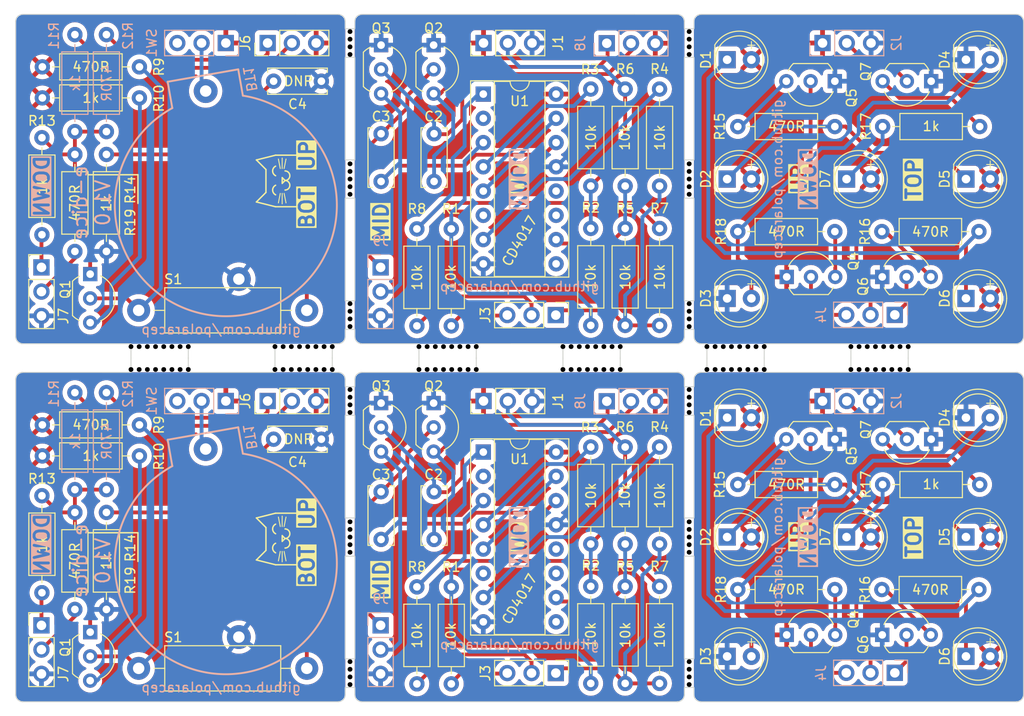
<source format=kicad_pcb>
(kicad_pcb (version 20221018) (generator pcbnew)
  (layers (0 "F.Cu" signal) (31 "B.Cu" signal) (34 "B.Paste" user) (35 "F.Paste" user) (36 "B.SilkS" user "B.Silkscreen") (37 "F.SilkS" user "F.Silkscreen") (38 "B.Mask" user) (39 "F.Mask" user) (44 "Edge.Cuts" user))
  (net 0 "")
  (net 1 "Board_0-+3V0")
  (net 2 "Board_0-/3V_TOP")
  (net 3 "Board_0-/GND_TOP")
  (net 4 "Board_0-/R11_IN_BOT")
  (net 5 "Board_0-/R11_IN_MID")
  (net 6 "Board_0-/R12_IN_BOT")
  (net 7 "Board_0-/R12_IN_MID")
  (net 8 "Board_0-/R13_IN_BOT")
  (net 9 "Board_0-/R13_IN_MID")
  (net 10 "Board_0-/R14_IN_BOT")
  (net 11 "Board_0-/R14_IN_MID")
  (net 12 "Board_0-/RST")
  (net 13 "Board_0-/SEG_16_MID")
  (net 14 "Board_0-/SEG_16_TOP")
  (net 15 "Board_0-/SEG_25_MID")
  (net 16 "Board_0-/SEG_25_TOP")
  (net 17 "Board_0-/SEG_34_MID")
  (net 18 "Board_0-/SEG_34_TOP")
  (net 19 "Board_0-/SEG_7_MID")
  (net 20 "Board_0-/SEG_7_TOP")
  (net 21 "Board_0-/bot_3V")
  (net 22 "Board_0-/bot_gnd")
  (net 23 "Board_0-GND")
  (net 24 "Board_0-Net-(BT1-+)")
  (net 25 "Board_0-Net-(D1-K)")
  (net 26 "Board_0-Net-(D2-K)")
  (net 27 "Board_0-Net-(D3-A)")
  (net 28 "Board_0-Net-(D7-K)")
  (net 29 "Board_0-Net-(Q1-C)")
  (net 30 "Board_0-Net-(Q1-E)")
  (net 31 "Board_0-Net-(Q4-C)")
  (net 32 "Board_0-Net-(Q5-C)")
  (net 33 "Board_0-Net-(Q6-C)")
  (net 34 "Board_0-Net-(Q7-C)")
  (net 35 "Board_0-Net-(U1-Q0)")
  (net 36 "Board_0-Net-(U1-Q2)")
  (net 37 "Board_0-Net-(U1-Q3)")
  (net 38 "Board_0-Net-(U1-Q4)")
  (net 39 "Board_0-Net-(U1-Q5)")
  (net 40 "Board_0-unconnected-(SW1-C-Pad3)")
  (net 41 "Board_0-unconnected-(U1-Cout-Pad12)")
  (net 42 "Board_0-unconnected-(U1-Q1-Pad2)")
  (net 43 "Board_0-unconnected-(U1-Q7-Pad6)")
  (net 44 "Board_0-unconnected-(U1-Q8-Pad9)")
  (net 45 "Board_0-unconnected-(U1-Q9-Pad11)")
  (net 46 "Board_1-+3V0")
  (net 47 "Board_1-/3V_TOP")
  (net 48 "Board_1-/GND_TOP")
  (net 49 "Board_1-/R11_IN_BOT")
  (net 50 "Board_1-/R11_IN_MID")
  (net 51 "Board_1-/R12_IN_BOT")
  (net 52 "Board_1-/R12_IN_MID")
  (net 53 "Board_1-/R13_IN_BOT")
  (net 54 "Board_1-/R13_IN_MID")
  (net 55 "Board_1-/R14_IN_BOT")
  (net 56 "Board_1-/R14_IN_MID")
  (net 57 "Board_1-/RST")
  (net 58 "Board_1-/SEG_16_MID")
  (net 59 "Board_1-/SEG_16_TOP")
  (net 60 "Board_1-/SEG_25_MID")
  (net 61 "Board_1-/SEG_25_TOP")
  (net 62 "Board_1-/SEG_34_MID")
  (net 63 "Board_1-/SEG_34_TOP")
  (net 64 "Board_1-/SEG_7_MID")
  (net 65 "Board_1-/SEG_7_TOP")
  (net 66 "Board_1-/bot_3V")
  (net 67 "Board_1-/bot_gnd")
  (net 68 "Board_1-GND")
  (net 69 "Board_1-Net-(BT1-+)")
  (net 70 "Board_1-Net-(D1-K)")
  (net 71 "Board_1-Net-(D2-K)")
  (net 72 "Board_1-Net-(D3-A)")
  (net 73 "Board_1-Net-(D7-K)")
  (net 74 "Board_1-Net-(Q1-C)")
  (net 75 "Board_1-Net-(Q1-E)")
  (net 76 "Board_1-Net-(Q4-C)")
  (net 77 "Board_1-Net-(Q5-C)")
  (net 78 "Board_1-Net-(Q6-C)")
  (net 79 "Board_1-Net-(Q7-C)")
  (net 80 "Board_1-Net-(U1-Q0)")
  (net 81 "Board_1-Net-(U1-Q2)")
  (net 82 "Board_1-Net-(U1-Q3)")
  (net 83 "Board_1-Net-(U1-Q4)")
  (net 84 "Board_1-Net-(U1-Q5)")
  (net 85 "Board_1-unconnected-(SW1-C-Pad3)")
  (net 86 "Board_1-unconnected-(U1-Cout-Pad12)")
  (net 87 "Board_1-unconnected-(U1-Q1-Pad2)")
  (net 88 "Board_1-unconnected-(U1-Q7-Pad6)")
  (net 89 "Board_1-unconnected-(U1-Q8-Pad9)")
  (net 90 "Board_1-unconnected-(U1-Q9-Pad11)")
  (net 91 "Board_0-Net-(Q1-B)")
  (net 92 "Board_0-Net-(S1-Pin_2)")
  (net 93 "Board_1-Net-(Q1-B)")
  (net 94 "Board_1-Net-(S1-Pin_2)")
  (footprint "NPTH" (layer "F.Cu") (at 184.892857 57.2)
    (fp_text reference "REF**" hide)
    (fp_text value "NPTH" hide)
  )
  (footprint "Resistor_THT:R_Axial_DIN0207_L6.3mm_D2.5mm_P10.16mm_Horizontal" (layer "F.Cu") (at 101.95 72.17 -90)
    (fp_text reference "R14")
    (fp_text value "470R")
  )
  (footprint "Connector_PinHeader_2.54mm:PinHeader_1x03_P2.54mm_Vertical" (layer "F.Cu") (at 152.29 89 -90)
    (fp_text reference "J3")
    (fp_text value "mid_conn_2")
  )
  (footprint "NPTH" (layer "F.Cu") (at 141.392849 54.799312)
    (fp_text reference "REF**" hide)
    (fp_text value "NPTH" hide)
  )
  (footprint "NPTH" (layer "F.Cu") (at 153.035723 57.200612)
    (fp_text reference "REF**" hide)
    (fp_text value "NPTH" hide)
  )
  (footprint "NPTH" (layer "F.Cu") (at 189.178562 54.79967)
    (fp_text reference "REF**" hide)
    (fp_text value "NPTH" hide)
  )
  (footprint "" (layer "F.Cu") (at 130.75 74.75)
    (fp_text reference "")
    (fp_text value "")
  )
  (footprint "Resistor_THT:R_Axial_DIN0207_L6.3mm_D2.5mm_P10.16mm_Horizontal" (layer "F.Cu") (at 137.75 79.97 -90)
    (fp_text reference "R8")
    (fp_text value "10k")
  )
  (footprint "NPTH" (layer "F.Cu") (at 183.178562 54.799495)
    (fp_text reference "REF**" hide)
    (fp_text value "NPTH" hide)
  )
  (footprint "NPTH" (layer "F.Cu") (at 185.749991 54.79957)
    (fp_text reference "REF**" hide)
    (fp_text value "NPTH" hide)
  )
  (footprint "kit-fp:LED_D5.0mm_Marked" (layer "F.Cu") (at 170.225 87.25)
    (fp_text reference "D3")
    (fp_text value "LED")
  )
  (footprint "kit-fp:LED_D5.0mm_Marked" (layer "F.Cu") (at 170.225 74.75)
    (fp_text reference "D2")
    (fp_text value "LED")
  )
  (footprint "NPTH" (layer "F.Cu") (at 184.035705 54.79952)
    (fp_text reference "REF**" hide)
    (fp_text value "NPTH" hide)
  )
  (footprint "NPTH" (layer "F.Cu") (at 109.535724 57.200379)
    (fp_text reference "REF**" hide)
    (fp_text value "NPTH" hide)
  )
  (footprint "kit-fp:LED_D5.0mm_Marked" (layer "F.Cu") (at 195.225 74.75)
    (fp_text reference "D5")
    (fp_text value "LED")
  )
  (footprint "kit-fp:SW-420" (layer "F.Cu") (at 108.625 51.002862)
    (fp_text reference "S1")
    (fp_text value "Vibration Sensor")
  )
  (footprint "NPTH" (layer "F.Cu") (at 183.178571 57.2)
    (fp_text reference "REF**" hide)
    (fp_text value "NPTH" hide)
  )
  (footprint "Resistor_THT:R_Axial_DIN0207_L6.3mm_D2.5mm_P10.16mm_Horizontal" (layer "F.Cu") (at 181.5 31.75 180)
    (fp_text reference "R15")
    (fp_text value "470R")
  )
  (footprint "Package_TO_SOT_THT:TO-92_Inline_Wide" (layer "F.Cu") (at 176.46 85)
    (fp_text reference "Q4")
    (fp_text value "2N3906")
  )
  (footprint "" (layer "F.Cu") (at 166.25 88.6)
    (fp_text reference "")
    (fp_text value "")
  )
  (footprint "" (layer "F.Cu") (at 130.75 90.2)
    (fp_text reference "")
    (fp_text value "")
  )
  (footprint "NPTH" (layer "F.Cu") (at 107.821438 57.200329)
    (fp_text reference "REF**" hide)
    (fp_text value "NPTH" hide)
  )
  (footprint "NPTH" (layer "F.Cu") (at 186.607134 54.799595)
    (fp_text reference "REF**" hide)
    (fp_text value "NPTH" hide)
  )
  (footprint "NPTH" (layer "F.Cu") (at 127.178581 57.200893)
    (fp_text reference "REF**" hide)
    (fp_text value "NPTH" hide)
  )
  (footprint "NPTH" (layer "F.Cu") (at 168.964276 54.799081)
    (fp_text reference "REF**" hide)
    (fp_text value "NPTH" hide)
  )
  (footprint "" (layer "F.Cu") (at 166.25 38.05)
    (fp_text reference "")
    (fp_text value "")
  )
  (footprint "Resistor_THT:R_Axial_DIN0207_L6.3mm_D2.5mm_P10.16mm_Horizontal" (layer "F.Cu") (at 155.95 65.32 -90)
    (fp_text reference "R3")
    (fp_text value "10k")
  )
  (footprint "NPTH" (layer "F.Cu") (at 156.464276 54.799751)
    (fp_text reference "REF**" hide)
    (fp_text value "NPTH" hide)
  )
  (footprint "Package_TO_SOT_THT:TO-92_Inline_Wide" (layer "F.Cu") (at 103.550002 47.209996 -90)
    (fp_text reference "Q1")
    (fp_text value "2N3904")
  )
  (footprint "" (layer "F.Cu") (at 130.75 60.9)
    (fp_text reference "")
    (fp_text value "")
  )
  (footprint "" (layer "F.Cu") (at 166.25 50.3)
    (fp_text reference "")
    (fp_text value "")
  )
  (footprint "NPTH" (layer "F.Cu") (at 172.392857 57.2)
    (fp_text reference "REF**" hide)
    (fp_text value "NPTH" hide)
  )
  (footprint "NPTH" (layer "F.Cu") (at 128.035724 57.200918)
    (fp_text reference "REF**" hide)
    (fp_text value "NPTH" hide)
  )
  (footprint "NPTH" (layer "F.Cu") (at 124.607152 54.799181)
    (fp_text reference "REF**" hide)
    (fp_text value "NPTH" hide)
  )
  (footprint "" (layer "F.Cu") (at 130.75 24.2)
    (fp_text reference "")
    (fp_text value "")
  )
  (footprint "" (layer "F.Cu") (at 130.75 52.7)
    (fp_text reference "")
    (fp_text value "")
  )
  (footprint "" (layer "F.Cu") (at 130.75 89.4)
    (fp_text reference "")
    (fp_text value "")
  )
  (footprint "NPTH" (layer "F.Cu") (at 138.82142 54.799237)
    (fp_text reference "REF**" hide)
    (fp_text value "NPTH" hide)
  )
  (footprint "NPTH" (layer "F.Cu") (at 172.392848 54.799181)
    (fp_text reference "REF**" hide)
    (fp_text value "NPTH" hide)
  )
  (footprint "NPTH" (layer "F.Cu") (at 125.464295 57.200843)
    (fp_text reference "REF**" hide)
    (fp_text value "NPTH" hide)
  )
  (footprint "" (layer "F.Cu") (at 130.75 50.3)
    (fp_text reference "")
    (fp_text value "")
  )
  (footprint "NPTH" (layer "F.Cu") (at 138.821438 57.200198)
    (fp_text reference "REF**" hide)
    (fp_text value "NPTH" hide)
  )
  (footprint "Package_DIP:DIP-16_W7.62mm_Socket" (layer "F.Cu") (at 144.7 28.35)
    (fp_text reference "U1")
    (fp_text value "4017")
  )
  (footprint "Capacitor_THT:C_Disc_D6.0mm_W2.5mm_P5.00mm" (layer "F.Cu") (at 134 70 -90)
    (fp_text reference "C3")
    (fp_text value "100n")
  )
  (footprint "NPTH" (layer "F.Cu") (at 170.678571 57.2)
    (fp_text reference "REF**" hide)
    (fp_text value "NPTH" hide)
  )
  (footprint "" (layer "F.Cu") (at 166.25 22.6)
    (fp_text reference "")
    (fp_text value "")
  )
  (footprint "NPTH" (layer "F.Cu") (at 154.750008 57.200662)
    (fp_text reference "REF**" hide)
    (fp_text value "NPTH" hide)
  )
  (footprint "NPTH" (layer "F.Cu") (at 157.321437 57.200737)
    (fp_text reference "REF**" hide)
    (fp_text value "NPTH" hide)
  )
  (footprint "Connector_PinHeader_2.54mm:PinHeader_1x03_P2.54mm_Vertical" (layer "F.Cu") (at 144.725 23 90)
    (fp_text reference "J1")
    (fp_text value "mid_conn_1")
  )
  (footprint "" (layer "F.Cu") (at 130.75 73.95)
    (fp_text reference "")
    (fp_text value "")
  )
  (footprint "" (layer "F.Cu") (at 166.25 36.45)
    (fp_text reference "")
    (fp_text value "")
  )
  (footprint "kit-fp:LED_D5.0mm_Marked" (layer "F.Cu") (at 170.225 49.75)
    (fp_text reference "D3")
    (fp_text value "LED")
  )
  (footprint "NPTH" (layer "F.Cu") (at 184.892848 54.799545)
    (fp_text reference "REF**" hide)
    (fp_text value "NPTH" hide)
  )
  (footprint "NPTH" (layer "F.Cu") (at 111.250009 57.200429)
    (fp_text reference "REF**" hide)
    (fp_text value "NPTH" hide)
  )
  (footprint "" (layer "F.Cu") (at 130.75 75.55)
    (fp_text reference "")
    (fp_text value "")
  )
  (footprint "Resistor_THT:R_Axial_DIN0207_L6.3mm_D2.5mm_P10.16mm_Horizontal" (layer "F.Cu") (at 196.58 42.75 180)
    (fp_text reference "R16")
    (fp_text value "470R")
  )
  (footprint "Package_TO_SOT_THT:TO-92_Inline_Wide" (layer "F.Cu") (at 186.46 47.5)
    (fp_text reference "Q6")
    (fp_text value "2N3904")
  )
  (footprint "NPTH" (layer "F.Cu") (at 168.107134 54.799056)
    (fp_text reference "REF**" hide)
    (fp_text value "NPTH" hide)
  )
  (footprint "NPTH" (layer "F.Cu") (at 174.107134 54.79923)
    (fp_text reference "REF**" hide)
    (fp_text value "NPTH" hide)
  )
  (footprint "" (layer "F.Cu") (at 130.75 37.25)
    (fp_text reference "")
    (fp_text value "")
  )
  (footprint "Package_TO_SOT_THT:TO-92_Inline_Wide" (layer "F.Cu") (at 176.46 47.5)
    (fp_text reference "Q4")
    (fp_text value "2N3906")
  )
  (footprint "NPTH" (layer "F.Cu") (at 112.964295 54.79952)
    (fp_text reference "REF**" hide)
    (fp_text value "NPTH" hide)
  )
  (footprint "" (layer "F.Cu") (at 130.75 60.1)
    (fp_text reference "")
    (fp_text value "")
  )
  (footprint "" (layer "F.Cu") (at 130.75 87.8)
    (fp_text reference "")
    (fp_text value "")
  )
  (footprint "kit-fp:LED_D5.0mm_Marked" (layer "F.Cu") (at 195.225 62.25)
    (fp_text reference "D4")
    (fp_text value "LED")
  )
  (footprint "Resistor_THT:R_Axial_DIN0207_L6.3mm_D2.5mm_P10.16mm_Horizontal" (layer "F.Cu") (at 196.58 80.25 180)
    (fp_text reference "R16")
    (fp_text value "470R")
  )
  (footprint "NPTH" (layer "F.Cu") (at 170.678562 54.799131)
    (fp_text reference "REF**" hide)
    (fp_text value "NPTH" hide)
  )
  (footprint "kit-fp:LED_D5.0mm_Marked" (layer "F.Cu") (at 170.225 37.25)
    (fp_text reference "D2")
    (fp_text value "LED")
  )
  (footprint "" (layer "F.Cu") (at 130.75 22.6)
    (fp_text reference "")
    (fp_text value "")
  )
  (footprint "Package_TO_SOT_THT:TO-92_Inline_Wide" (layer "F.Cu") (at 139.5 23.22 -90)
    (fp_text reference "Q2")
    (fp_text value "2N3904")
  )
  (footprint "NPTH" (layer "F.Cu") (at 124.607152 57.200818)
    (fp_text reference "REF**" hide)
    (fp_text value "NPTH" hide)
  )
  (footprint "Resistor_THT:R_Axial_DIN0207_L6.3mm_D2.5mm_P10.16mm_Horizontal" (layer "F.Cu") (at 155.95 90.08 90)
    (fp_text reference "R2")
    (fp_text value "10k")
  )
  (footprint "NPTH" (layer "F.Cu") (at 155.607134 54.799726)
    (fp_text reference "REF**" hide)
    (fp_text value "NPTH" hide)
  )
  (footprint "Resistor_THT:R_Axial_DIN0207_L6.3mm_D2.5mm_P10.16mm_Horizontal" (layer "F.Cu") (at 181.5 69.25 180)
    (fp_text reference "R15")
    (fp_text value "470R")
  )
  (footprint "Resistor_THT:R_Axial_DIN0207_L6.3mm_D2.5mm_P10.16mm_Horizontal" (layer "F.Cu") (at 141.35 79.97 -90)
    (fp_text reference "R1")
    (fp_text value "10k")
  )
  (footprint "" (layer "F.Cu") (at 130.75 38.05)
    (fp_text reference "")
    (fp_text value "")
  )
  (footprint "NPTH" (layer "F.Cu") (at 140.535724 57.200248)
    (fp_text reference "REF**" hide)
    (fp_text value "NPTH" hide)
  )
  (footprint "Connector_PinHeader_2.54mm:PinHeader_1x03_P2.54mm_Vertical" (layer "F.Cu") (at 98.45 84)
    (fp_text reference "J7")
    (fp_text value "bot_conn_2")
  )
  (footprint "NPTH" (layer "F.Cu") (at 113.821438 57.200504)
    (fp_text reference "REF**" hide)
    (fp_text value "NPTH" hide)
  )
  (footprint "" (layer "F.Cu") (at 130.75 51.1)
    (fp_text reference "")
    (fp_text value "")
  )
  (footprint "Resistor_THT:R_Axial_DIN0207_L6.3mm_D2.5mm_P10.16mm_Horizontal" (layer "F.Cu") (at 98.545 66.25)
    (fp_text reference "R10")
    (fp_text value "1k")
  )
  (footprint "NPTH" (layer "F.Cu") (at 143.964277 54.799387)
    (fp_text reference "REF**" hide)
    (fp_text value "NPTH" hide)
  )
  (footprint "NPTH" (layer "F.Cu") (at 110.392866 57.200404)
    (fp_text reference "REF**" hide)
    (fp_text value "NPTH" hide)
  )
  (footprint "NPTH" (layer "F.Cu") (at 153.892865 57.200637)
    (fp_text reference "REF**" hide)
    (fp_text value "NPTH" hide)
  )
  (footprint "NPTH" (layer "F.Cu") (at 168.964285 57.2)
    (fp_text reference "REF**" hide)
    (fp_text value "NPTH" hide)
  )
  (footprint "" (layer "F.Cu") (at 166.25 35.65)
    (fp_text reference "")
    (fp_text value "")
  )
  (footprint "" (layer "F.Cu") (at 166.25 73.15)
    (fp_text reference "")
    (fp_text value "")
  )
  (footprint "NPTH" (layer "F.Cu") (at 139.678581 57.200223)
    (fp_text reference "REF**" hide)
    (fp_text value "NPTH" hide)
  )
  (footprint "Resistor_THT:R_Axial_DIN0207_L6.3mm_D2.5mm_P10.16mm_Horizontal" (layer "F.Cu") (at 159.55 79.92 -90)
    (fp_text reference "R5")
    (fp_text value "10k")
  )
  (footprint "NPTH" (layer "F.Cu") (at 110.392866 54.799595)
    (fp_text reference "REF**" hide)
    (fp_text value "NPTH" hide)
  )
  (footprint "" (layer "F.Cu") (at 130.75 88.6)
    (fp_text reference "")
    (fp_text value "")
  )
  (footprint "" (layer "F.Cu") (at 166.25 51.1)
    (fp_text reference "")
    (fp_text value "")
  )
  (footprint "Package_TO_SOT_THT:TO-92_Inline_Wide" (layer "F.Cu") (at 134 60.72 -90)
    (fp_text reference "Q3")
    (fp_text value "2N3904")
  )
  (footprint "Package_TO_SOT_THT:TO-92_Inline_Wide" (layer "F.Cu") (at 134 23.22 -90)
    (fp_text reference "Q3")
    (fp_text value "2N3904")
  )
  (footprint "NPTH" (layer "F.Cu") (at 128.892866 54.799056)
    (fp_text reference "REF**" hide)
    (fp_text value "NPTH" hide)
  )
  (footprint "NPTH" (layer "F.Cu") (at 143.964295 57.200348)
    (fp_text reference "REF**" hide)
    (fp_text value "NPTH" hide)
  )
  (footprint "NPTH" (layer "F.Cu") (at 189.178571 57.2)
    (fp_text reference "REF**" hide)
    (fp_text value "NPTH" hide)
  )
  (footprint "NPTH" (layer "F.Cu") (at 157.321419 54.799776)
    (fp_text reference "REF**" hide)
    (fp_text value "NPTH" hide)
  )
  (footprint "" (layer "F.Cu") (at 130.75 35.65)
    (fp_text reference "")
    (fp_text value "")
  )
  (footprint "NPTH" (layer "F.Cu") (at 174.107142 57.2)
    (fp_text reference "REF**" hide)
    (fp_text value "NPTH" hide)
  )
  (footprint "Package_TO_SOT_THT:TO-92_Inline_Wide" (layer "F.Cu") (at 181.5 27 180)
    (fp_text reference "Q5")
    (fp_text value "2N3904")
  )
  (footprint "Resistor_THT:R_Axial_DIN0207_L6.3mm_D2.5mm_P10.16mm_Horizontal" (layer "F.Cu") (at 98.545 28.75)
    (fp_text reference "R10")
    (fp_text value "1k")
  )
  (footprint "NPTH" (layer "F.Cu") (at 123.750009 57.200793)
    (fp_text reference "REF**" hide)
    (fp_text value "NPTH" hide)
  )
  (footprint "" (layer "F.Cu") (at 130.75 51.9)
    (fp_text reference "")
    (fp_text value "")
  )
  (footprint "" (layer "F.Cu") (at 166.25 89.4)
    (fp_text reference "")
    (fp_text value "")
  )
  (footprint "" (layer "F.Cu") (at 166.25 23.4)
    (fp_text reference "")
    (fp_text value "")
  )
  (footprint "Resistor_THT:R_Axial_DIN0207_L6.3mm_D2.5mm_P10.16mm_Horizontal" (layer "F.Cu") (at 155.95 52.58 90)
    (fp_text reference "R2")
    (fp_text value "10k")
  )
  (footprint "NPTH" (layer "F.Cu") (at 158.178562 54.799801)
    (fp_text reference "REF**" hide)
    (fp_text value "NPTH" hide)
  )
  (footprint "kit-fp:LED_D5.0mm_Marked" (layer "F.Cu") (at 195.225 87.25)
    (fp_text reference "D6")
    (fp_text value "LED")
  )
  (footprint "Capacitor_THT:C_Disc_D6.0mm_W2.5mm_P5.00mm" (layer "F.Cu") (at 122.75 27)
    (fp_text reference "C4")
    (fp_text value "C")
  )
  (footprint "Package_TO_SOT_THT:TO-92_Inline_Wide" (layer "F.Cu") (at 181.5 64.5 180)
    (fp_text reference "Q5")
    (fp_text value "2N3904")
  )
  (footprint "Capacitor_THT:C_Disc_D6.0mm_W2.5mm_P5.00mm" (layer "F.Cu") (at 139.55 75 90)
    (fp_text reference "C2")
    (fp_text value "100n")
  )
  (footprint "NPTH" (layer "F.Cu") (at 171.535705 54.799156)
    (fp_text reference "REF**" hide)
    (fp_text value "NPTH" hide)
  )
  (footprint "kit-fp:LED_D5.0mm_Marked" (layer "F.Cu") (at 170.225 24.75)
    (fp_text reference "D1")
    (fp_text value "LED")
  )
  (footprint "NPTH" (layer "F.Cu") (at 112.964295 57.200479)
    (fp_text reference "REF**" hide)
    (fp_text value "NPTH" hide)
  )
  (footprint "" (layer "F.Cu") (at 130.75 61.7)
    (fp_text reference "")
    (fp_text value "")
  )
  (footprint "kit-fp:LED_D5.0mm_Marked" (layer "F.Cu") (at 195.225 24.75)
    (fp_text reference "D4")
    (fp_text value "LED")
  )
  (footprint "NPTH" (layer "F.Cu") (at 185.75 57.2)
    (fp_text reference "REF**" hide)
    (fp_text value "NPTH" hide)
  )
  (footprint "NPTH" (layer "F.Cu") (at 173.249999 57.2)
    (fp_text reference "REF**" hide)
    (fp_text value "NPTH" hide)
  )
  (footprint "NPTH" (layer "F.Cu") (at 125.464295 54.799156)
    (fp_text reference "REF**" hide)
    (fp_text value "NPTH" hide)
  )
  (footprint "Capacitor_THT:C_Disc_D6.0mm_W2.5mm_P5.00mm" (layer "F.Cu") (at 139.55 37.5 90)
    (fp_text reference "C2")
    (fp_text value "100n")
  )
  (footprint "" (layer "F.Cu") (at 166.25 24.2)
    (fp_text reference "")
    (fp_text value "")
  )
  (footprint "NPTH" (layer "F.Cu") (at 159.035705 54.799826)
    (fp_text reference "REF**" hide)
    (fp_text value "NPTH" hide)
  )
  (footprint "" (layer "F.Cu") (at 166.25 60.1)
    (fp_text reference "")
    (fp_text value "")
  )
  (footprint "NPTH" (layer "F.Cu") (at 141.392866 57.200273)
    (fp_text reference "REF**" hide)
    (fp_text value "NPTH" hide)
  )
  (footprint "Resistor_THT:R_Axial_DIN0207_L6.3mm_D2.5mm_P10.16mm_Horizontal" (layer "F.Cu") (at 163.15 65.32 -90)
    (fp_text reference "R4")
    (fp_text value "10k")
  )
  (footprint "" (layer "F.Cu") (at 130.75 73.15)
    (fp_text reference "")
    (fp_text value "")
  )
  (footprint "NPTH" (layer "F.Cu") (at 128.892866 57.200943)
    (fp_text reference "REF**" hide)
    (fp_text value "NPTH" hide)
  )
  (footprint "Resistor_THT:R_Axial_DIN0207_L6.3mm_D2.5mm_P10.16mm_Horizontal" (layer "F.Cu") (at 155.95 27.82 -90)
    (fp_text reference "R3")
    (fp_text value "10k")
  )
  (footprint "NPTH" (layer "F.Cu") (at 112.107152 54.799545)
    (fp_text reference "REF**" hide)
    (fp_text value "NPTH" hide)
  )
  (footprint "Resistor_THT:R_Axial_DIN0207_L6.3mm_D2.5mm_P10.16mm_Horizontal" (layer "F.Cu") (at 186.5 69.25)
    (fp_text reference "R17")
    (fp_text value "1k")
  )
  (footprint "NPTH" (layer "F.Cu") (at 169.821428 57.2)
    (fp_text reference "REF**" hide)
    (fp_text value "NPTH" hide)
  )
  (footprint "NPTH" (layer "F.Cu") (at 173.249991 54.799206)
    (fp_text reference "REF**" hide)
    (fp_text value "NPTH" hide)
  )
  (footprint "Connector_PinHeader_2.54mm:PinHeader_1x03_P2.54mm_Vertical" (layer "F.Cu") (at 98.45 46.5)
    (fp_text reference "J7")
    (fp_text value "bot_conn_2")
  )
  (footprint "" (layer "F.Cu") (at 166.25 75.55)
    (fp_text reference "")
    (fp_text value "")
  )
  (footprint "" (layer "F.Cu") (at 166.25 87.8)
    (fp_text reference "")
    (fp_text value "")
  )
  (footprint "NPTH" (layer "F.Cu") (at 123.750009 54.799206)
    (fp_text reference "REF**" hide)
    (fp_text value "NPTH" hide)
  )
  (footprint "NPTH" (layer "F.Cu") (at 142.250009 57.200298)
    (fp_text reference "REF**" hide)
    (fp_text value "NPTH" hide)
  )
  (footprint "NPTH" (layer "F.Cu") (at 153.035705 54.799651)
    (fp_text reference "REF**" hide)
    (fp_text value "NPTH" hide)
  )
  (footprint "NPTH" (layer "F.Cu") (at 137.964295 57.200173)
    (fp_text reference "REF**" hide)
    (fp_text value "NPTH" hide)
  )
  (footprint "NPTH" (layer "F.Cu") (at 168.107142 57.2)
    (fp_text reference "REF**" hide)
    (fp_text value "NPTH" hide)
  )
  (footprint "NPTH" (layer "F.Cu") (at 187.464276 54.79962)
    (fp_text reference "REF**" hide)
    (fp_text value "NPTH" hide)
  )
  (footprint "" (layer "F.Cu") (at 130.75 76.35)
    (fp_text reference "")
    (fp_text value "")
  )
  (footprint "kit-fp:LED_D5.0mm_Marked" (layer "F.Cu") (at 170.225 62.25)
    (fp_text reference "D1")
    (fp_text value "LED")
  )
  (footprint "NPTH" (layer "F.Cu") (at 154.749991 54.799701)
    (fp_text reference "REF**" hide)
    (fp_text value "NPTH" hide)
  )
  (footprint "" (layer "F.Cu") (at 166.25 74.75)
    (fp_text reference "")
    (fp_text value "")
  )
  (footprint "NPTH" (layer "F.Cu") (at 122.892866 54.79923)
    (fp_text reference "REF**" hide)
    (fp_text value "NPTH" hide)
  )
  (footprint "Package_TO_SOT_THT:TO-92_Inline_Wide" (layer "F.Cu") (at 191.58 27 180)
    (fp_text reference "Q7")
    (fp_text value "2N3904")
  )
  (footprint "Package_TO_SOT_THT:TO-92_Inline_Wide" (layer "F.Cu") (at 139.5 60.72 -90)
    (fp_text reference "Q2")
    (fp_text value "2N3904")
  )
  (footprint "Resistor_THT:R_Axial_DIN0207_L6.3mm_D2.5mm_P10.16mm_Horizontal" (layer "F.Cu") (at 98.5 70.42 -90)
    (fp_text reference "R13")
    (fp_text value "1k")
  )
  (footprint "" (layer "F.Cu") (at 166.25 52.7)
    (fp_text reference "")
    (fp_text value "")
  )
  (footprint "Resistor_THT:R_Axial_DIN0207_L6.3mm_D2.5mm_P10.16mm_Horizontal" (layer "F.Cu") (at 181.5 80.25 180)
    (fp_text reference "R18")
    (fp_text value "470R")
  )
  (footprint "NPTH" (layer "F.Cu") (at 184.035714 57.2)
    (fp_text reference "REF**" hide)
    (fp_text value "NPTH" hide)
  )
  (footprint "Resistor_THT:R_Axial_DIN0207_L6.3mm_D2.5mm_P10.16mm_Horizontal" (layer "F.Cu") (at 98.545 25.5)
    (fp_text reference "R9")
    (fp_text value "470R")
  )
  (footprint "Resistor_THT:R_Axial_DIN0207_L6.3mm_D2.5mm_P10.16mm_Horizontal" (layer "F.Cu") (at 105.25 34.67 -90)
    (fp_text reference "R19")
    (fp_text value "1k")
  )
  (footprint "" (layer "F.Cu") (at 130.75 21.8)
    (fp_text reference "")
    (fp_text value "")
  )
  (footprint "" (layer "F.Cu") (at 130.75 23.4)
    (fp_text reference "")
    (fp_text value "")
  )
  (footprint "Resistor_THT:R_Axial_DIN0207_L6.3mm_D2.5mm_P10.16mm_Horizontal" (layer "F.Cu") (at 98.5 32.92 -90)
    (fp_text reference "R13")
    (fp_text value "1k")
  )
  (footprint "NPTH" (layer "F.Cu") (at 156.464294 57.200712)
    (fp_text reference "REF**" hide)
    (fp_text value "NPTH" hide)
  )
  (footprint "Resistor_THT:R_Axial_DIN0207_L6.3mm_D2.5mm_P10.16mm_Horizontal" (layer "F.Cu") (at 186.5 31.75)
    (fp_text reference "R17")
    (fp_text value "1k")
  )
  (footprint "NPTH" (layer "F.Cu") (at 158.17858 57.200762)
    (fp_text reference "REF**" hide)
    (fp_text value "NPTH" hide)
  )
  (footprint "NPTH" (layer "F.Cu") (at 113.821438 54.799495)
    (fp_text reference "REF**" hide)
    (fp_text value "NPTH" hide)
  )
  (footprint "Package_DIP:DIP-16_W7.62mm_Socket" (layer "F.Cu") (at 144.7 65.85)
    (fp_text reference "U1")
    (fp_text value "4017")
  )
  (footprint "NPTH" (layer "F.Cu") (at 126.321438 54.799131)
    (fp_text reference "REF**" hide)
    (fp_text value "NPTH" hide)
  )
  (footprint "Resistor_THT:R_Axial_DIN0207_L6.3mm_D2.5mm_P10.16mm_Horizontal" (layer "F.Cu") (at 163.15 27.82 -90)
    (fp_text reference "R4")
    (fp_text value "10k")
  )
  (footprint "Resistor_THT:R_Axial_DIN0207_L6.3mm_D2.5mm_P10.16mm_Horizontal" (layer "F.Cu") (at 141.35 42.47 -90)
    (fp_text reference "R1")
    (fp_text value "10k")
  )
  (footprint "NPTH" (layer "F.Cu") (at 187.464285 57.2)
    (fp_text reference "REF**" hide)
    (fp_text value "NPTH" hide)
  )
  (footprint "NPTH" (layer "F.Cu") (at 188.321428 57.2)
    (fp_text reference "REF**" hide)
    (fp_text value "NPTH" hide)
  )
  (footprint "NPTH" (layer "F.Cu") (at 140.535706 54.799287)
    (fp_text reference "REF**" hide)
    (fp_text value "NPTH" hide)
  )
  (footprint "Resistor_THT:R_Axial_DIN0207_L6.3mm_D2.5mm_P10.16mm_Horizontal" (layer "F.Cu") (at 159.55 37.98 90)
    (fp_text reference "R6")
    (fp_text value "10k")
  )
  (footprint "NPTH" (layer "F.Cu") (at 155.607151 57.200687)
    (fp_text reference "REF**" hide)
    (fp_text value "NPTH" hide)
  )
  (footprint "Resistor_THT:R_Axial_DIN0207_L6.3mm_D2.5mm_P10.16mm_Horizontal" (layer "F.Cu") (at 137.75 42.47 -90)
    (fp_text reference "R8")
    (fp_text value "10k")
  )
  (footprint "NPTH" (layer "F.Cu") (at 128.035724 54.799081)
    (fp_text reference "REF**" hide)
    (fp_text value "NPTH" hide)
  )
  (footprint "" (layer "F.Cu") (at 166.25 61.7)
    (fp_text reference "")
    (fp_text value "")
  )
  (footprint "Package_TO_SOT_THT:TO-92_Inline_Wide" (layer "F.Cu") (at 186.46 85)
    (fp_text reference "Q6")
    (fp_text value "2N3904")
  )
  (footprint "NPTH" (layer "F.Cu") (at 139.678563 54.799262)
    (fp_text reference "REF**" hide)
    (fp_text value "NPTH" hide)
  )
  (footprint "" (layer "F.Cu") (at 166.25 90.2)
    (fp_text reference "")
    (fp_text value "")
  )
  (footprint "" (layer "F.Cu") (at 166.25 60.9)
    (fp_text reference "")
    (fp_text value "")
  )
  (footprint "Package_TO_SOT_THT:TO-92_Inline_Wide" (layer "F.Cu") (at 103.550002 84.709996 -90)
    (fp_text reference "Q1")
    (fp_text value "2N3904")
  )
  (footprint "" (layer "F.Cu") (at 130.75 59.3)
    (fp_text reference "")
    (fp_text value "")
  )
  (footprint "NPTH" (layer "F.Cu") (at 153.892848 54.799676)
    (fp_text reference "REF**" hide)
    (fp_text value "NPTH" hide)
  )
  (footprint "Resistor_THT:R_Axial_DIN0207_L6.3mm_D2.5mm_P10.16mm_Horizontal" (layer "F.Cu") (at 98.545 63)
    (fp_text reference "R9")
    (fp_text value "470R")
  )
  (footprint "" (layer "F.Cu") (at 166.25 37.25)
    (fp_text reference "")
    (fp_text value "")
  )
  (footprint "NPTH" (layer "F.Cu") (at 169.821419 54.799106)
    (fp_text reference "REF**" hide)
    (fp_text value "NPTH" hide)
  )
  (footprint "kit-fp:LED_D5.0mm_Marked" (layer "F.Cu") (at 195.225 37.25)
    (fp_text reference "D5")
    (fp_text value "LED")
  )
  (footprint "NPTH" (layer "F.Cu") (at 143.107135 54.799362)
    (fp_text reference "REF**" hide)
    (fp_text value "NPTH" hide)
  )
  (footprint "NPTH" (layer "F.Cu") (at 188.321419 54.799645)
    (fp_text reference "REF**" hide)
    (fp_text value "NPTH" hide)
  )
  (footprint "" (layer "F.Cu") (at 166.25 21.8)
    (fp_text reference "")
    (fp_text value "")
  )
  (footprint "Capacitor_THT:C_Disc_D6.0mm_W2.5mm_P5.00mm" (layer "F.Cu") (at 134 32.5 -90)
    (fp_text reference "C3")
    (fp_text value "100n")
  )
  (footprint "Resistor_THT:R_Axial_DIN0207_L6.3mm_D2.5mm_P10.16mm_Horizontal" (layer "F.Cu") (at 163.15 79.92 -90)
    (fp_text reference "R7")
    (fp_text value "10k")
  )
  (footprint "kit-fp:LED_D5.0mm_Marked" (layer "F.Cu") (at 195.225 49.75)
    (fp_text reference "D6")
    (fp_text value "LED")
  )
  (footprint "Resistor_THT:R_Axial_DIN0207_L6.3mm_D2.5mm_P10.16mm_Horizontal" (layer "F.Cu") (at 105.25 72.17 -90)
    (fp_text reference "R19")
    (fp_text value "1k")
  )
  (footprint "Resistor_THT:R_Axial_DIN0207_L6.3mm_D2.5mm_P10.16mm_Horizontal" (layer "F.Cu") (at 181.5 42.75 180)
    (fp_text reference "R18")
    (fp_text value "470R")
  )
  (footprint "NPTH" (layer "F.Cu") (at 108.678581 54.799645)
    (fp_text reference "REF**" hide)
    (fp_text value "NPTH" hide)
  )
  (footprint "NPTH" (layer "F.Cu") (at 171.535714 57.2)
    (fp_text reference "REF**" hide)
    (fp_text value "NPTH" hide)
  )
  (footprint "NPTH" (layer "F.Cu") (at 186.607142 57.2)
    (fp_text reference "REF**" hide)
    (fp_text value "NPTH" hide)
  )
  (footprint "" (layer "F.Cu") (at 130.75 36.45)
    (fp_text reference "")
    (fp_text value "")
  )
  (footprint "" (layer "F.Cu") (at 166.25 73.95)
    (fp_text reference "")
    (fp_text value "")
  )
  (footprint "kit-fp:SW-420" (layer "F.Cu") (at 108.625 88.502862)
    (fp_text reference "S1")
    (fp_text value "Vibration Sensor")
  )
  (footprint "NPTH" (layer "F.Cu") (at 109.535724 54.79962)
    (fp_text reference "REF**" hide)
    (fp_text value "NPTH" hide)
  )
  (footprint "NPTH" (layer "F.Cu") (at 127.178581 54.799106)
    (fp_text reference "REF**" hide)
    (fp_text value "NPTH" hide)
  )
  (footprint "NPTH" (layer "F.Cu") (at 126.321438 57.200868)
    (fp_text reference "REF**" hide)
    (fp_text value "NPTH" hide)
  )
  (footprint "NPTH" (layer "F.Cu") (at 112.107152 57.200454)
    (fp_text reference "REF**" hide)
    (fp_text value "NPTH" hide)
  )
  (footprint "NPTH" (layer "F.Cu") (at 142.249992 54.799337)
    (fp_text reference "REF**" hide)
    (fp_text value "NPTH" hide)
  )
  (footprint "Connector_PinHeader_2.54mm:PinHeader_1x03_P2.54mm_Vertical" (layer "F.Cu") (at 152.29 51.5 -90)
    (fp_text reference "J3")
    (fp_text value "mid_conn_2")
  )
  (footprint "NPTH" (layer "F.Cu") (at 159.035723 57.200787)
    (fp_text reference "REF**" hide)
    (fp_text value "NPTH" hide)
  )
  (footprint "Package_TO_SOT_THT:TO-92_Inline_Wide" (layer "F.Cu") (at 191.58 64.5 180)
    (fp_text reference "Q7")
    (fp_text value "2N3904")
  )
  (footprint "" (layer "F.Cu") (at 166.25 59.3)
    (fp_text reference "")
    (fp_text value "")
  )
  (footprint "Resistor_THT:R_Axial_DIN0207_L6.3mm_D2.5mm_P10.16mm_Horizontal" (layer "F.Cu") (at 159.55 75.48 90)
    (fp_text reference "R6")
    (fp_text value "10k")
  )
  (footprint "NPTH" (layer "F.Cu") (at 137.964277 54.799212)
    (fp_text reference "REF**" hide)
    (fp_text value "NPTH" hide)
  )
  (footprint "kit-fp:LED_D5.0mm_Marked" (layer "F.Cu") (at 182.725 74.75)
    (fp_text reference "D7")
    (fp_text value "LED")
  )
  (footprint "NPTH" (layer "F.Cu") (at 107.821438 54.79967)
    (fp_text reference "REF**" hide)
    (fp_text value "NPTH" hide)
  )
  (footprint "Resistor_THT:R_Axial_DIN0207_L6.3mm_D2.5mm_P10.16mm_Horizontal" (layer "F.Cu") (at 163.15 42.42 -90)
    (fp_text reference "R7")
    (fp_text value "10k")
  )
  (footprint "Connector_PinHeader_2.54mm:PinHeader_1x03_P2.54mm_Vertical" (layer "F.Cu") (at 144.725 60.5 90)
    (fp_text reference "J1")
    (fp_text value "mid_conn_1")
  )
  (footprint "kit-fp:LED_D5.0mm_Marked" (layer "F.Cu") (at 182.725 37.25)
    (fp_text reference "D7")
    (fp_text value "LED")
  )
  (footprint "NPTH" (layer "F.Cu") (at 111.250009 54.79957)
    (fp_text reference "REF**" hide)
    (fp_text value "NPTH" hide)
  )
  (footprint "Connector_PinHeader_2.54mm:PinHeader_1x03_P2.54mm_Vertical" (layer "F.Cu") (at 122.125 23 90)
    (fp_text reference "J6")
    (fp_text value "bot_conn_1")
  )
  (footprint "Resistor_THT:R_Axial_DIN0207_L6.3mm_D2.5mm_P10.16mm_Horizontal" (layer "F.Cu") (at 159.55 42.42 -90)
    (fp_text reference "R5")
    (fp_text value "10k")
  )
  (footprint "" (layer "F.Cu") (at 166.25 51.9)
    (fp_text reference "")
    (fp_text value "")
  )
  (footprint "Resistor_THT:R_Axial_DIN0207_L6.3mm_D2.5mm_P10.16mm_Horizontal" (layer "F.Cu") (at 101.95 34.67 -90)
    (fp_text reference "R14")
    (fp_text value "470R")
  )
  (footprint "Capacitor_THT:C_Disc_D6.0mm_W2.5mm_P5.00mm" (layer "F.Cu") (at 122.75 64.5)
    (fp_text reference "C4")
    (fp_text value "C")
  )
  (footprint "NPTH" (layer "F.Cu") (at 143.107152 57.200323)
    (fp_text reference "REF**" hide)
    (fp_text value "NPTH" hide)
  )
  (footprint "" (layer "F.Cu") (at 130.75 38.85)
    (fp_text reference "")
    (fp_text value "")
  )
  (footprint "Connector_PinHeader_2.54mm:PinHeader_1x03_P2.54mm_Vertical" (layer "F.Cu") (at 122.125 60.5 90)
    (fp_text reference "J6")
    (fp_text value "bot_conn_1")
  )
  (footprint "" (layer "F.Cu") (at 166.25 38.85)
    (fp_text reference "")
    (fp_text value "")
  )
  (footprint "NPTH" (layer "F.Cu") (at 122.892866 57.200769)
    (fp_text reference "REF**" hide)
    (fp_text value "NPTH" hide)
  )
  (footprint "" (layer "F.Cu") (at 166.25 76.35)
    (fp_text reference "")
    (fp_text value "")
  )
  (footprint "NPTH" (layer "F.Cu") (at 108.678581 57.200354)
    (fp_text reference "REF**" hide)
    (fp_text value "NPTH" hide)
  )
  (footprint "Resistor_THT:R_Axial_DIN0207_L6.3mm_D2.5mm_P10.16mm_Horizontal" (layer "B.Cu") (at 105.25 32.28 90)
    (fp_text reference "R11")
    (fp_text value "470R")
  )
  (footprint "Connector_PinSocket_2.54mm:PinSocket_1x03_P2.54mm_Vertical" (layer "B.Cu") (at 180.21 23 -90)
    (fp_text reference "J2")
    (fp_text value "top_conn_1")
  )
  (footprint "Connector_PinHeader_2.54mm:PinHeader_1x03_P2.54mm_Vertical" (layer "B.Cu") (at 117.75 60.499999 90)
    (fp_text reference "SW1")
    (fp_text value "SW_SPDT")
  )
  (footprint "kit-fp:CONNFLY_DS1092-04" (layer "B.Cu") (at 117.75 39.997138 100)
    (fp_text reference "BT1")
    (fp_text value "3V")
  )
  (footprint "Connector_PinSocket_2.54mm:PinSocket_1x03_P2.54mm_Vertical" (layer "B.Cu") (at 133.95 46.5 180)
    (fp_text reference "J9")
    (fp_text value "mid_conn_4")
  )
  (footprint "Resistor_THT:R_Axial_DIN0207_L6.3mm_D2.5mm_P10.16mm_Horizontal" (layer "B.Cu") (at 105.25 69.78 90)
    (fp_text reference "R11")
    (fp_text value "470R")
  )
  (footprint "Connector_PinHeader_2.54mm:PinHeader_1x03_P2.54mm_Vertical" (layer "B.Cu") (at 117.75 22.999999 90)
    (fp_text reference "SW1")
    (fp_text value "SW_SPDT")
  )
  (footprint "Resistor_THT:R_Axial_DIN0207_L6.3mm_D2.5mm_P10.16mm_Horizontal" (layer "B.Cu") (at 101.95 32.28 90)
    (fp_text reference "R12")
    (fp_text value "1k")
  )
  (footprint "kit-fp:CONNFLY_DS1092-04" (layer "B.Cu") (at 117.75 77.497138 100)
    (fp_text reference "BT1")
    (fp_text value "3V")
  )
  (footprint "Resistor_THT:R_Axial_DIN0207_L6.3mm_D2.5mm_P10.16mm_Horizontal" (layer "B.Cu") (at 101.95 69.78 90)
    (fp_text reference "R12")
    (fp_text value "1k")
  )
  (footprint "Connector_PinSocket_2.54mm:PinSocket_1x03_P2.54mm_Vertical" (layer "B.Cu") (at 187.775 88.975 90)
    (fp_text reference "J4")
    (fp_text value "top_conn_2")
  )
  (footprint "Connector_PinSocket_2.54mm:PinSocket_1x03_P2.54mm_Vertical" (layer "B.Cu") (at 187.775 51.475 90)
    (fp_text reference "J4")
    (fp_text value "top_conn_2")
  )
  (footprint "Connector_PinSocket_2.54mm:PinSocket_1x03_P2.54mm_Vertical" (layer "B.Cu") (at 157.625 23.025 -90)
    (fp_text reference "J8")
    (fp_text value "mid_conn_3")
  )
  (footprint "Connector_PinSocket_2.54mm:PinSocket_1x03_P2.54mm_Vertical" (layer "B.Cu") (at 157.625 60.525 -90)
    (fp_text reference "J8")
    (fp_text value "mid_conn_3")
  )
  (footprint "Connector_PinSocket_2.54mm:PinSocket_1x03_P2.54mm_Vertical" (layer "B.Cu") (at 133.95 84 180)
    (fp_text reference "J9")
    (fp_text value "mid_conn_4")
  )
  (footprint "Connector_PinSocket_2.54mm:PinSocket_1x03_P2.54mm_Vertical" (layer "B.Cu") (at 180.21 60.5 -90)
    (fp_text reference "J2")
    (fp_text value "top_conn_1")
  )
  (gr_line (start 123.849998 76.25) (end 124.049999 77.25) (stroke (width 0.1)) (layer "F.SilkS"))
  (gr_line (start 122.95 40.15) (end 125.2 40.15) (stroke (width 0.15)) (layer "F.SilkS"))
  (gr_line (start 120.949999 77.149999) (end 121.95 76.15) (stroke (width 0.15)) (layer "F.SilkS"))
  (gr_line (start 123.65 38.750001) (end 123.65 39.850001) (stroke (width 0.1)) (layer "F.SilkS"))
  (gr_arc (start 123.95 36.4) (mid 124.45 36.9) (end 123.95 37.4) (stroke (width 0.15)) (layer "F.SilkS"))
  (gr_arc (start 122.959015 38.899999) (mid 122.649991 38.4) (end 122.959016 37.900002) (stroke (width 0.15)) (layer "F.SilkS"))
  (gr_arc (start 123.95 73.9) (mid 124.45 74.4) (end 123.95 74.9) (stroke (width 0.15)) (layer "F.SilkS"))
  (gr_line (start 103.35 74.3) (end 108.55 74.3) (stroke (width 0.15)) (layer "F.SilkS"))
  (gr_line (start 123.45 36.15) (end 123.25 35.15) (stroke (width 0.1)) (layer "F.SilkS"))
  (gr_line (start 122.95 34.75) (end 125.199999 34.750001) (stroke (width 0.15)) (layer "F.SilkS"))
  (gr_line (start 108.55 74.3) (end 108.55 77.3) (stroke (width 0.15)) (layer "F.SilkS"))
  (gr_line (start 123.65 36.150001) (end 123.65 35.05) (stroke (width 0.1)) (layer "F.SilkS"))
  (gr_line (start 122.95 77.65) (end 120.949999 77.149999) (stroke (width 0.15)) (layer "F.SilkS"))
  (gr_line (start 123.45 73.65) (end 123.25 72.65) (stroke (width 0.1)) (layer "F.SilkS"))
  (gr_line (start 123.849998 38.75) (end 124.049999 39.75) (stroke (width 0.1)) (layer "F.SilkS"))
  (gr_line (start 121.95 73.75) (end 120.95 72.75) (stroke (width 0.15)) (layer "F.SilkS"))
  (gr_line (start 121.95 36.25) (end 120.95 35.25) (stroke (width 0.15)) (layer "F.SilkS"))
  (gr_arc (start 122.959015 76.399999) (mid 122.649991 75.9) (end 122.959016 75.400002) (stroke (width 0.15)) (layer "F.SilkS"))
  (gr_line (start 123.65 73.650001) (end 123.65 72.55) (stroke (width 0.1)) (layer "F.SilkS"))
  (gr_line (start 123.65 37.099999) (end 123.95 37.4) (stroke (width 0.15)) (layer "F.SilkS"))
  (gr_line (start 123.649999 37.7) (end 123.65 37.099999) (stroke (width 0.15)) (layer "F.SilkS"))
  (gr_line (start 123.45 76.249999) (end 123.25 77.250002) (stroke (width 0.1)) (layer "F.SilkS"))
  (gr_line (start 123.95 37.4) (end 123.649999 37.7) (stroke (width 0.15)) (layer "F.SilkS"))
  (gr_line (start 108.55 36.8) (end 108.55 39.8) (stroke (width 0.15)) (layer "F.SilkS"))
  (gr_arc (start 123.95 37.4) (mid 124.45 37.9) (end 123.95 38.4) (stroke (width 0.15)) (layer "F.SilkS"))
  (gr_arc (start 122.959015 36.9) (mid 122.64999 36.4) (end 122.959016 35.900002) (stroke (width 0.15)) (layer "F.SilkS"))
  (gr_line (start 123.65 76.250001) (end 123.65 77.350001) (stroke (width 0.1)) (layer "F.SilkS"))
  (gr_arc (start 122.959015 74.4) (mid 122.64999 73.9) (end 122.959016 73.400002) (stroke (width 0.15)) (layer "F.SilkS"))
  (gr_line (start 121.95 38.65) (end 121.95 36.25) (stroke (width 0.15)) (layer "F.SilkS"))
  (gr_line (start 120.95 72.75) (end 122.95 72.25) (stroke (width 0.15)) (layer "F.SilkS"))
  (gr_line (start 122.95 77.65) (end 125.2 77.65) (stroke (width 0.15)) (layer "F.SilkS"))
  (gr_line (start 103.35 36.8) (end 108.55 36.8) (stroke (width 0.15)) (layer "F.SilkS"))
  (gr_line (start 120.949999 39.649999) (end 121.95 38.65) (stroke (width 0.15)) (layer "F.SilkS"))
  (gr_line (start 123.65 74.599999) (end 123.95 74.9) (stroke (width 0.15)) (layer "F.SilkS"))
  (gr_line (start 123.85 36.150002) (end 124.050001 35.15) (stroke (width 0.1)) (layer "F.SilkS"))
  (gr_line (start 122.95 72.25) (end 125.199999 72.250001) (stroke (width 0.15)) (layer "F.SilkS"))
  (gr_line (start 120.95 35.25) (end 122.95 34.75) (stroke (width 0.15)) (layer "F.SilkS"))
  (gr_line (start 123.649999 75.2) (end 123.65 74.599999) (stroke (width 0.15)) (layer "F.SilkS"))
  (gr_line (start 123.45 38.749999) (end 123.25 39.750002) (stroke (width 0.1)) (layer "F.SilkS"))
  (gr_line (start 122.95 40.15) (end 120.949999 39.649999) (stroke (width 0.15)) (layer "F.SilkS"))
  (gr_line (start 123.85 73.650002) (end 124.050001 72.65) (stroke (width 0.1)) (layer "F.SilkS"))
  (gr_arc (start 123.95 74.9) (mid 124.45 75.4) (end 123.95 75.9) (stroke (width 0.15)) (layer "F.SilkS"))
  (gr_line (start 123.95 74.9) (end 123.649999 75.2) (stroke (width 0.15)) (layer "F.SilkS"))
  (gr_line (start 121.95 76.15) (end 121.95 73.75) (stroke (width 0.15)) (layer "F.SilkS"))
  (gr_line (start 167.04092 57.656918) (end 167.01147 57.680931) (stroke (width 0.1)) (layer "Edge.Cuts"))
  (gr_line (start 96.386429 54.491351) (end 96.462013 54.499037) (stroke (width 0.1)) (layer "Edge.Cuts"))
  (gr_line (start 165.428451 54.365572) (end 165.488529 54.319068) (stroke (width 0.1)) (layer "Edge.Cuts"))
  (gr_line (start 200.988529 91.819068) (end 201.016725 91.793594) (stroke (width 0.1)) (layer "Edge.Cuts"))
  (gr_line (start 96.169704 54.423353) (end 96.204233 54.439218) (stroke (width 0.1)) (layer "Edge.Cuts"))
  (gr_line (start 95.884427 57.821548) (end 95.84424 57.886023) (stroke (width 0.1)) (layer "Edge.Cuts"))
  (gr_line (start 95.750962 20.712013) (end 95.75 20.75) (stroke (width 0.1)) (layer "Edge.Cuts"))
  (gr_line (start 167.071548 91.865572) (end 167.136023 91.905759) (stroke (width 0.1)) (layer "Edge.Cuts"))
  (gr_line (start 130.043594 57.733274) (end 129.988529 57.680931) (stroke (width 0.1)) (layer "Edge.Cuts"))
  (gr_line (start 166.773942 58.06201) (end 166.758648 58.136429) (stroke (width 0.1)) (layer "Edge.Cuts"))
  (gr_line (start 174.107142 56) (end 174.107142 54.49923) (stroke (width 0.1)) (layer "Edge.Cuts"))
  (gr_line (start 165.636483 91.646723) (end 165.673353 91.580295) (stroke (width 0.1)) (layer "Edge.Cuts"))
  (gr_line (start 95.884427 20.321548) (end 95.84424 20.386023) (stroke (width 0.1)) (layer "Edge.Cuts"))
  (gr_line (start 167.349026 91.984647) (end 167.386429 91.991351) (stroke (width 0.1)) (layer "Edge.Cuts"))
  (gr_line (start 95.84424 20.386023) (end 95.826646 20.419704) (stroke (width 0.1)) (layer "Edge.Cuts"))
  (gr_line (start 131.384427 54.178451) (end 131.430931 54.238529) (stroke (width 0.1)) (layer "Edge.Cuts"))
  (gr_line (start 167.01147 20.180931) (end 166.956405 20.233274) (stroke (width 0.1)) (layer "Edge.Cuts"))
  (gr_line (start 165.569068 91.738529) (end 165.615572 91.678451) (stroke (width 0.1)) (layer "Edge.Cuts"))
  (gr_line (start 129.795766 54.439218) (end 129.830295 54.423353) (stroke (width 0.1)) (layer "Edge.Cuts"))
  (gr_line (start 129.830295 91.923353) (end 129.863976 91.905759) (stroke (width 0.1)) (layer "Edge.Cuts"))
  (gr_line (start 95.773942 91.437989) (end 95.784395 91.474522) (stroke (width 0.1)) (layer "Edge.Cuts"))
  (gr_line (start 167.04092 54.343081) (end 167.103276 54.386483) (stroke (width 0.1)) (layer "Edge.Cuts"))
  (gr_line (start 131.25 50) (end 130.25 50) (stroke (width 0.1)) (layer "Edge.Cuts"))
  (gr_line (start 129.830295 20.076646) (end 129.795766 20.060781) (stroke (width 0.1)) (layer "Edge.Cuts"))
  (gr_line (start 166.750962 58.212013) (end 166.75 59) (stroke (width 0.1)) (layer "Edge.Cuts"))
  (gr_line (start 165.749037 20.712013) (end 165.741351 20.636429) (stroke (width 0.1)) (layer "Edge.Cuts"))
  (gr_line (start 166.956405 20.233274) (end 166.930931 20.26147) (stroke (width 0.1)) (layer "Edge.Cuts"))
  (gr_line (start 166.773942 20.56201) (end 166.758648 20.636429) (stroke (width 0.1)) (layer "Edge.Cuts"))
  (gr_line (start 128.892857 54.499056) (end 129.537986 54.499037) (stroke (width 0.1)) (layer "Edge.Cuts"))
  (gr_line (start 129.988529 57.680931) (end 129.928451 57.634427) (stroke (width 0.1)) (layer "Edge.Cuts"))
  (gr_line (start 96.5 20) (end 96.462013 20.000962) (stroke (width 0.1)) (layer "Edge.Cuts"))
  (gr_line (start 143.964285 54.499387) (end 153.035714 54.499651) (stroke (width 0.1)) (layer "Edge.Cuts"))
  (gr_line (start 165.428451 57.634427) (end 165.396723 57.613516) (stroke (width 0.1)) (layer "Edge.Cuts"))
  (gr_line (start 96.169704 91.923353) (end 96.204233 91.939218) (stroke (width 0.1)) (layer "Edge.Cuts"))
  (gr_line (start 165.703314 54.010478) (end 165.726057 53.937989) (stroke (width 0.1)) (layer "Edge.Cuts"))
  (gr_line (start 200.896723 20.113516) (end 200.830295 20.076646) (stroke (width 0.1)) (layer "Edge.Cuts"))
  (gr_line (start 200.5 20) (end 167.5 20) (stroke (width 0.1)) (layer "Edge.Cuts"))
  (gr_line (start 165.569068 57.76147) (end 165.543594 57.733274) (stroke (width 0.1)) (layer "Edge.Cuts"))
  (gr_line (start 166.75 35.25) (end 165.75 35.25) (stroke (width 0.1)) (layer "Edge.Cuts"))
  (gr_line (start 201.173353 54.080295) (end 201.189218 54.045766) (stroke (width 0.1)) (layer "Edge.Cuts"))
  (gr_line (start 166.750962 91.287986) (end 166.758648 91.36357) (stroke (width 0.1)) (layer "Edge.Cuts"))
  (gr_line (start 166.863516 54.146723) (end 166.884427 54.178451) (stroke (width 0.1)) (layer "Edge.Cuts"))
  (gr_line (start 167.386429 54.491351) (end 167.462013 54.499037) (stroke (width 0.1)) (layer "Edge.Cuts"))
  (gr_line (start 166.796685 57.989521) (end 166.773942 58.06201) (stroke (width 0.1)) (layer "Edge.Cuts"))
  (gr_line (start 130.043594 20.233274) (end 129.988529 20.180931) (stroke (width 0.1)) (layer "Edge.Cuts"))
  (gr_line (start 183.178571 54.499495) (end 183.178571 54.499495) (stroke (width 0.1)) (layer "Edge.Cuts"))
  (gr_line (start 201.234647 58.099026) (end 201.215604 58.025477) (stroke (width 0.1)) (layer "Edge.Cuts"))
  (gr_line (start 131.669704 20.076646) (end 131.603276 20.113516) (stroke (width 0.1)) (layer "Edge.Cuts"))
  (gr_line (start 166.863516 20.353276) (end 166.826646 20.419704) (stroke (width 0.1)) (layer "Edge.Cuts"))
  (gr_line (start 166.930931 20.26147) (end 166.884427 20.321548) (stroke (width 0.1)) (layer "Edge.Cuts"))
  (gr_line (start 165.75 35.25) (end 165.75 24.5) (stroke (width 0.1)) (layer "Edge.Cuts"))
  (gr_line (start 165.363976 91.905759) (end 165.396723 91.886483) (stroke (width 0.1)) (layer "Edge.Cuts"))
  (gr_line (start 165.295766 91.939218) (end 165.363976 91.905759) (stroke (width 0.1)) (layer "Edge.Cuts"))
  (gr_line (start 96.275477 57.534395) (end 96.204233 57.560781) (stroke (width 0.1)) (layer "Edge.Cuts"))
  (gr_line (start 130.115572 54.178451) (end 130.136483 54.146723) (stroke (width 0.1)) (layer "Edge.Cuts"))
  (gr_line (start 95.84424 57.886023) (end 95.826646 57.919704) (stroke (width 0.1)) (layer "Edge.Cuts"))
  (gr_line (start 165.741351 58.136429) (end 165.726057 58.06201) (stroke (width 0.1)) (layer "Edge.Cuts"))
  (gr_line (start 131.775477 57.534395) (end 131.704233 57.560781) (stroke (width 0.1)) (layer "Edge.Cuts"))
  (gr_line (start 200.959079 20.156918) (end 200.896723 20.113516) (stroke (width 0.1)) (layer "Edge.Cuts"))
  (gr_line (start 131.363516 54.146723) (end 131.384427 54.178451) (stroke (width 0.1)) (layer "Edge.Cuts"))
  (gr_line (start 165.703314 57.989521) (end 165.673353 57.919704) (stroke (width 0.1)) (layer "Edge.Cuts"))
  (gr_line (start 166.884427 91.678451) (end 166.930931 91.738529) (stroke (width 0.1)) (layer "Edge.Cuts"))
  (gr_line (start 166.75 62) (end 166.75 72.75) (stroke (width 0.1)) (layer "Edge.Cuts"))
  (gr_line (start 165.615572 57.821548) (end 165.569068 57.76147) (stroke (width 0.1)) (layer "Edge.Cuts"))
  (gr_line (start 200.830295 20.076646) (end 200.795766 20.060781) (stroke (width 0.1)) (layer "Edge.Cuts"))
  (gr_line (start 130.241351 91.36357) (end 130.249037 91.287986) (stroke (width 0.1)) (layer "Edge.Cuts"))
  (gr_line (start 129.61357 57.508648) (end 129.537986 57.500962) (stroke (width 0.1)) (layer "Edge.Cuts"))
  (gr_line (start 130.203314 57.989521) (end 130.173353 57.919704) (stroke (width 0.1)) (layer "Edge.Cuts"))
  (gr_line (start 129.830295 57.576646) (end 129.795766 57.560781) (stroke (width 0.1)) (layer "Edge.Cuts"))
  (gr_line (start 200.795766 91.939218) (end 200.830295 91.923353) (stroke (width 0.1)) (layer "Edge.Cuts"))
  (gr_line (start 130.115572 20.321548) (end 130.069068 20.26147) (stroke (width 0.1)) (layer "Edge.Cuts"))
  (gr_line (start 165.396723 57.613516) (end 165.330295 57.576646) (stroke (width 0.1)) (layer "Edge.Cuts"))
  (gr_line (start 130.249037 20.712013) (end 130.241351 20.636429) (stroke (width 0.1)) (layer "Edge.Cuts"))
  (gr_line (start 107.821428 56) (end 107.821428 57.500329) (stroke (width 0.1)) (layer "Edge.Cuts"))
  (gr_line (start 129.896723 20.113516) (end 129.830295 20.076646) (stroke (width 0.1)) (layer "Edge.Cuts"))
  (gr_line (start 165.037986 57.500962) (end 159.035714 57.500787) (stroke (width 0.1)) (layer "Edge.Cuts"))
  (gr_line (start 165.075876 20.003848) (end 165.037986 20.000962) (stroke (width 0.1)) (layer "Edge.Cuts"))
  (gr_line (start 165.488529 54.319068) (end 165.543594 54.266725) (stroke (width 0.1)) (layer "Edge.Cuts"))
  (gr_line (start 165.330295 57.576646) (end 165.295766 57.560781) (stroke (width 0.1)) (layer "Edge.Cuts"))
  (gr_line (start 131.51147 91.819068) (end 131.571548 91.865572) (stroke (width 0.1)) (layer "Edge.Cuts"))
  (gr_line (start 166.773942 53.937989) (end 166.796685 54.010478) (stroke (width 0.1)) (layer "Edge.Cuts"))
  (gr_line (start 201.016725 20.206405) (end 200.959079 20.156918) (stroke (width 0.1)) (layer "Edge.Cuts"))
  (gr_line (start 129.687989 91.976057) (end 129.760478 91.953314) (stroke (width 0.1)) (layer "Edge.Cuts"))
  (gr_line (start 131.25 72.75) (end 130.25 72.75) (stroke (width 0.1)) (layer "Edge.Cuts"))
  (gr_line (start 130.203314 54.010478) (end 130.226057 53.937989) (stroke (width 0.1)) (layer "Edge.Cuts"))
  (gr_line (start 165.075876 54.496151) (end 165.150973 54.484647) (stroke (width 0.1)) (layer "Edge.Cuts"))
  (gr_line (start 201.215604 53.974522) (end 201.226057 53.937989) (stroke (width 0.1)) (layer "Edge.Cuts"))
  (gr_line (start 167.349026 54.484647) (end 167.386429 54.491351) (stroke (width 0.1)) (layer "Edge.Cuts"))
  (gr_line (start 200.830295 54.423353) (end 200.896723 54.386483) (stroke (width 0.1)) (layer "Edge.Cuts"))
  (gr_line (start 166.75 39.25) (end 166.75 50) (stroke (width 0.1)) (layer "Edge.Cuts"))
  (gr_line (start 96.169704 20.076646) (end 96.103276 20.113516) (stroke (width 0.1)) (layer "Edge.Cuts"))
  (gr_line (start 131.704233 57.560781) (end 131.669704 57.576646) (stroke (width 0.1)) (layer "Edge.Cuts"))
  (gr_line (start 165.543594 54.266725) (end 165.569068 54.238529) (stroke (width 0.1)) (layer "Edge.Cuts"))
  (gr_line (start 201.016725 57.706405) (end 200.959079 57.656918) (stroke (width 0.1)) (layer "Edge.Cuts"))
  (gr_line (start 153.035714 57.500612) (end 143.964285 57.500348) (stroke (width 0.1)) (layer "Edge.Cuts"))
  (gr_line (start 131.363516 57.853276) (end 131.326646 57.919704) (stroke (width 0.1)) (layer "Edge.Cuts"))
  (gr_line (start 131.924123 54.496151) (end 131.962013 54.499037) (stroke (width 0.1)) (layer "Edge.Cuts"))
  (gr_line (start 131.25 24.5) (end 131.25 35.25) (stroke (width 0.1)) (layer "Edge.Cuts"))
  (gr_line (start 96.386429 91.991351) (end 96.462013 91.999037) (stroke (width 0.1)) (layer "Edge.Cuts"))
  (gr_line (start 166.75 87.5) (end 165.75 87.5) (stroke (width 0.1)) (layer "Edge.Cuts"))
  (gr_line (start 131.384427 20.321548) (end 131.363516 20.353276) (stroke (width 0.1)) (layer "Edge.Cuts"))
  (gr_line (start 167.349026 20.015352) (end 167.31201 20.023942) (stroke (width 0.1)) (layer "Edge.Cuts"))
  (gr_line (start 131.25 35.25) (end 130.25 35.25) (stroke (width 0.1)) (layer "Edge.Cuts"))
  (gr_line (start 96.275477 54.465604) (end 96.349026 54.484647) (stroke (width 0.1)) (layer "Edge.Cuts"))
  (gr_line (start 131.258648 53.86357) (end 131.273942 53.937989) (stroke (width 0.1)) (layer "Edge.Cuts"))
  (gr_line (start 201.115572 20.321548) (end 201.069068 20.26147) (stroke (width 0.1)) (layer "Edge.Cuts"))
  (gr_line (start 130.226057 20.56201) (end 130.203314 20.489521) (stroke (width 0.1)) (layer "Edge.Cuts"))
  (gr_line (start 129.928451 20.134427) (end 129.896723 20.113516) (stroke (width 0.1)) (layer "Edge.Cuts"))
  (gr_line (start 130.069068 20.26147) (end 130.043594 20.233274) (stroke (width 0.1)) (layer "Edge.Cuts"))
  (gr_line (start 165.75 72.75) (end 165.75 62) (stroke (width 0.1)) (layer "Edge.Cuts"))
  (gr_line (start 165.75 76.75) (end 166.75 76.75) (stroke (width 0.1)) (layer "Edge.Cuts"))
  (gr_line (start 131.296685 91.510478) (end 131.326646 91.580295) (stroke (width 0.1)) (layer "Edge.Cuts"))
  (gr_line (start 167.239521 91.953314) (end 167.31201 91.976057) (stroke (width 0.1)) (layer "Edge.Cuts"))
  (gr_line (start 201.241351 91.36357) (end 201.249037 91.287986) (stroke (width 0.1)) (layer "Edge.Cuts"))
  (gr_line (start 165.037986 20.000962) (end 132 20) (stroke (width 0.1)) (layer "Edge.Cuts"))
  (gr_line (start 200.537986 54.499037) (end 200.61357 54.491351) (stroke (width 0.1)) (layer "Edge.Cuts"))
  (gr_line (start 200.650973 54.484647) (end 200.724522 54.465604) (stroke (width 0.1)) (layer "Edge.Cuts"))
  (gr_line (start 201.016725 54.293594) (end 201.069068 54.238529) (stroke (width 0.1)) (layer "Edge.Cuts"))
  (gr_line (start 130.136483 57.853276) (end 130.115572 57.821548) (stroke (width 0.1)) (layer "Edge.Cuts"))
  (gr_line (start 131.849026 57.515352) (end 131.81201 57.523942) (stroke (width 0.1)) (layer "Edge.Cuts"))
  (gr_line (start 165.150973 20.015352) (end 165.075876 20.003848) (stroke (width 0.1)) (layer "Edge.Cuts"))
  (gr_line (start 165.726057 53.937989) (end 165.741351 53.86357) (stroke (width 0.1)) (layer "Edge.Cuts"))
  (gr_line (start 95.750962 58.212013) (end 95.75 58.25) (stroke (width 0.1)) (layer "Edge.Cuts"))
  (gr_line (start 166.758648 58.136429) (end 166.750962 58.212013) (stroke (width 0.1)) (layer "Edge.Cuts"))
  (gr_line (start 153.035714 56) (end 153.035714 57.500612) (stroke (width 0.1)) (layer "Edge.Cuts"))
  (gr_line (start 165.037986 91.999037) (end 165.11357 91.991351) (stroke (width 0.1)) (layer "Edge.Cuts"))
  (gr_line (start 166.863516 91.646723) (end 166.884427 91.678451) (stroke (width 0.1)) (layer "Edge.Cuts"))
  (gr_line (start 200.988529 54.319068) (end 201.016725 54.293594) (stroke (width 0.1)) (layer "Edge.Cuts"))
  (gr_line (start 95.784395 53.974522) (end 95.810781 54.045766) (stroke (width 0.1)) (layer "Edge.Cuts"))
  (gr_line (start 166.75 59) (end 165.75 59) (stroke (width 0.1)) (layer "Edge.Cuts"))
  (gr_line (start 129.61357 91.991351) (end 129.650973 91.984647) (stroke (width 0.1)) (layer "Edge.Cuts"))
  (gr_line (start 130.069068 54.238529) (end 130.115572 54.178451) (stroke (width 0.1)) (layer "Edge.Cuts"))
  (gr_line (start 132 20) (end 131.924123 20.003848) (stroke (width 0.1)) (layer "Edge.Cuts"))
  (gr_line (start 96.386429 20.008648) (end 96.349026 20.015352) (stroke (width 0.1)) (layer "Edge.Cuts"))
  (gr_line (start 201.25 53.75) (end 201.25 20.75) (stroke (width 0.1)) (layer "Edge.Cuts"))
  (gr_line (start 95.758648 91.36357) (end 95.773942 91.437989) (stroke (width 0.1)) (layer "Edge.Cuts"))
  (gr_line (start 95.810781 20.454233) (end 95.784395 20.525477) (stroke (width 0.1)) (layer "Edge.Cuts"))
  (gr_line (start 130.173353 54.080295) (end 130.203314 54.010478) (stroke (width 0.1)) (layer "Edge.Cuts"))
  (gr_line (start 201.249037 91.287986) (end 201.25 91.25) (stroke (width 0.1)) (layer "Edge.Cuts"))
  (gr_line (start 96.31201 91.976057) (end 96.386429 91.991351) (stroke (width 0.1)) (layer "Edge.Cuts"))
  (gr_line (start 167.204233 57.560781) (end 167.169704 57.576646) (stroke (width 0.1)) (layer "Edge.Cuts"))
  (gr_line (start 130.25 53) (end 131.25 53) (stroke (width 0.1)) (layer "Edge.Cuts"))
  (gr_line (start 200.724522 54.465604) (end 200.795766 54.439218) (stroke (width 0.1)) (layer "Edge.Cuts"))
  (gr_line (start 131.849026 91.984647) (end 131.886429 91.991351) (stroke (width 0.1)) (layer "Edge.Cuts"))
  (gr_line (start 95.773942 53.937989) (end 95.784395 53.974522) (stroke (width 0.1)) (layer "Edge.Cuts"))
  (gr_line (start 166.758648 53.86357) (end 166.773942 53.937989) (stroke (width 0.1)) (layer "Edge.Cuts"))
  (gr_line (start 95.983274 20.206405) (end 95.930931 20.26147) (stroke (width 0.1)) (layer "Edge.Cuts"))
  (gr_line (start 166.884427 54.178451) (end 166.930931 54.238529) (stroke (width 0.1)) (layer "Edge.Cuts"))
  (gr_line (start 200.863976 91.905759) (end 200.928451 91.865572) (stroke (width 0.1)) (layer "Edge.Cuts"))
  (gr_line (start 166.750962 53.787986) (end 166.758648 53.86357) (stroke (width 0.1)) (layer "Edge.Cuts"))
  (gr_line (start 131.849026 54.484647) (end 131.924123 54.496151) (stroke (width 0.1)) (layer "Edge.Cuts"))
  (gr_line (start 129.650973 20.015352) (end 129.61357 20.008648) (stroke (width 0.1)) (layer "Edge.Cuts"))
  (gr_line (start 165.75 24.5) (end 166.75 24.5) (stroke (width 0.1)) (layer "Edge.Cuts"))
  (gr_line (start 166.956405 57.733274) (end 166.930931 57.76147) (stroke (width 0.1)) (layer "Edge.Cuts"))
  (gr_line (start 96.204233 54.439218) (end 96.275477 54.465604) (stroke (width 0.1)) (layer "Edge.Cuts"))
  (gr_line (start 131.250962 58.212013) (end 131.25 59) (stroke (width 0.1)) (layer "Edge.Cuts"))
  (gr_line (start 131.25 62) (end 131.25 72.75) (stroke (width 0.1)) (layer "Edge.Cuts"))
  (gr_line (start 131.603276 54.386483) (end 131.669704 54.423353) (stroke (width 0.1)) (layer "Edge.Cuts"))
  (gr_line (start 95.750962 91.287986) (end 95.758648 91.36357) (stroke (width 0.1)) (layer "Edge.Cuts"))
  (gr_line (start 96.01147 20.180931) (end 95.983274 20.206405) (stroke (width 0.1)) (layer "Edge.Cuts"))
  (gr_line (start 96.386429 57.508648) (end 96.349026 57.515352) (stroke (width 0.1)) (layer "Edge.Cuts"))
  (gr_line (start 130.173353 20.419704) (end 130.136483 20.353276) (stroke (width 0.1)) (layer "Edge.Cuts"))
  (gr_line (start 131.326646 57.919704) (end 131.296685 57.989521) (stroke (width 0.1)) (layer "Edge.Cuts"))
  (gr_line (start 165.75 50) (end 165.75 50) (stroke (width 0.1)) (layer "Edge.Cuts"))
  (gr_line (start 165.224522 20.034395) (end 165.150973 20.015352) (stroke (width 0.1)) (layer "Edge.Cuts"))
  (gr_line (start 165.187989 54.476057) (end 165.224522 54.465604) (stroke (width 0.1)) (layer "Edge.Cuts"))
  (gr_line (start 167.349026 57.515352) (end 167.31201 57.523942) (stroke (width 0.1)) (layer "Edge.Cuts"))
  (gr_line (start 159.035714 54.499826) (end 165 54.5) (stroke (width 0.1)) (layer "Edge.Cuts"))
  (gr_line (start 200.687989 91.976057) (end 200.724522 91.965604) (stroke (width 0.1)) (layer "Edge.Cuts"))
  (gr_line (start 95.826646 54.080295) (end 95.84424 54.113976) (stroke (width 0.1)) (layer "Edge.Cuts"))
  (gr_line (start 166.75 24.5) (end 166.75 35.25) (stroke (width 0.1)) (layer "Edge.Cuts"))
  (gr_line (start 130.249037 58.212013) (end 130.241351 58.136429) (stroke (width 0.1)) (layer "Edge.Cuts"))
  (gr_line (start 129.795766 57.560781) (end 129.724522 57.534395) (stroke (width 0.1)) (layer "Edge.Cuts"))
  (gr_line (start 95.758648 20.636429) (end 95.750962 20.712013) (stroke (width 0.1)) (layer "Edge.Cuts"))
  (gr_line (start 130.043594 54.266725) (end 130.069068 54.238529) (stroke (width 0.1)) (layer "Edge.Cuts"))
  (gr_line (start 167.103276 20.113516) (end 167.04092 20.156918) (stroke (width 0.1)) (layer "Edge.Cuts"))
  (gr_line (start 129.896723 54.386483) (end 129.928451 54.365572) (stroke (width 0.1)) (layer "Edge.Cuts"))
  (gr_line (start 129.988529 91.819068) (end 130.016725 91.793594) (stroke (width 0.1)) (layer "Edge.Cuts"))
  (gr_line (start 96.071548 91.865572) (end 96.136023 91.905759) (stroke (width 0.1)) (layer "Edge.Cuts"))
  (gr_line (start 166.75 53) (end 166.750962 53.787986) (stroke (width 0.1)) (layer "Edge.Cuts"))
  (gr_line (start 165.75 87.5) (end 165.75 76.75) (stroke (width 0.1)) (layer "Edge.Cuts"))
  (gr_line (start 165.224522 54.465604) (end 165.295766 54.439218) (stroke (width 0.1)) (layer "Edge.Cuts"))
  (gr_line (start 131.25 90.5) (end 131.250962 91.287986) (stroke (width 0.1)) (layer "Edge.Cuts"))
  (gr_line (start 200.5 54.5) (end 200.537986 54.499037) (stroke (width 0.1)) (layer "Edge.Cuts"))
  (gr_line (start 165.673353 91.580295) (end 165.703314 91.510478) (stroke (width 0.1)) (layer "Edge.Cuts"))
  (gr_line (start 130.25 35.25) (end 130.25 24.5) (stroke (width 0.1)) (layer "Edge.Cuts"))
  (gr_line (start 130.115572 57.821548) (end 130.069068 57.76147) (stroke (width 0.1)) (layer "Edge.Cuts"))
  (gr_line (start 167.31201 91.976057) (end 167.349026 91.984647) (stroke (width 0.1)) (layer "Edge.Cuts"))
  (gr_line (start 96.01147 91.819068) (end 96.071548 91.865572) (stroke (width 0.1)) (layer "Edge.Cuts"))
  (gr_line (start 165.615572 91.678451) (end 165.636483 91.646723) (stroke (width 0.1)) (layer "Edge.Cuts"))
  (gr_line (start 129.760478 91.953314) (end 129.830295 91.923353) (stroke (width 0.1)) (layer "Edge.Cuts"))
  (gr_line (start 200.650973 20.015352) (end 200.575876 20.003848) (stroke (width 0.1)) (layer "Edge.Cuts"))
  (gr_line (start 130.25 72.75) (end 130.25 72.75) (stroke (width 0.1)) (layer "Edge.Cuts"))
  (gr_line (start 166.75 62) (end 166.75 62) (stroke (width 0.1)) (layer "Edge.Cuts"))
  (gr_line (start 95.75 53.75) (end 95.750962 53.787986) (stroke (width 0.1)) (layer "Edge.Cuts"))
  (gr_line (start 165.749037 53.787986) (end 165.75 53) (stroke (width 0.1)) (layer "Edge.Cuts"))
  (gr_line (start 167.275477 20.034395) (end 167.204233 20.060781) (stroke (width 0.1)) (layer "Edge.Cuts"))
  (gr_line (start 130.25 62) (end 131.25 62) (stroke (width 0.1)) (layer "Edge.Cuts"))
  (gr_line (start 96.204233 57.560781) (end 96.169704 57.576646) (stroke (width 0.1)) (layer "Edge.Cuts"))
  (gr_line (start 131.430931 20.26147) (end 131.384427 20.321548) (stroke (width 0.1)) (layer "Edge.Cuts"))
  (gr_line (start 167.01147 91.819068) (end 167.071548 91.865572) (stroke (width 0.1)) (layer "Edge.Cuts"))
  (gr_line (start 167.275477 57.534395) (end 167.204233 57.560781) (stroke (width 0.1)) (layer "Edge.Cuts"))
  (gr_line (start 201.249037 53.787986) (end 201.25 53.75) (stroke (width 0.1)) (layer "Edge.Cuts"))
  (gr_line (start 200.724522 57.534395) (end 200.650973 57.515352) (stroke (width 0.1)) (layer "Edge.Cuts"))
  (gr_line (start 166.75 76.75) (end 166.75 87.5) (stroke (width 0.1)) (layer "Edge.Cuts"))
  (gr_line (start 166.796685 91.510478) (end 166.826646 91.580295) (stroke (width 0.1)) (layer "Edge.Cuts"))
  (gr_line (start 137.964285 56) (end 137.964285 57.500173) (stroke (width 0.1)) (layer "Edge.Cuts"))
  (gr_line (start 96.103276 54.386483) (end 96.169704 54.423353) (stroke (width 0.1)) (layer "Edge.Cuts"))
  (gr_line (start 95.810781 91.545766) (end 95.826646 91.580295) (stroke (width 0.1)) (layer "Edge.Cuts"))
  (gr_line (start 96.349026 54.484647) (end 96.386429 54.491351) (stroke (width 0.1)) (layer "Edge.Cuts"))
  (gr_line (start 201.25 91.25) (end 201.25 58.25) (stroke (width 0.1)) (layer "Edge.Cuts"))
  (gr_line (start 165.396723 54.386483) (end 165.428451 54.365572) (stroke (width 0.1)) (layer "Edge.Cuts"))
  (gr_line (start 166.773942 91.437989) (end 166.796685 91.510478) (stroke (width 0.1)) (layer "Edge.Cuts"))
  (gr_line (start 113.821428 56) (end 113.821428 54.499495) (stroke (width 0.1)) (layer "Edge.Cuts"))
  (gr_line (start 165 54.5) (end 165 54.5) (stroke (width 0.1)) (layer "Edge.Cuts"))
  (gr_line (start 201.246151 20.674123) (end 201.234647 20.599026) (stroke (width 0.1)) (layer "Edge.Cuts"))
  (gr_line (start 200.575876 57.503848) (end 200.5 57.5) (stroke (width 0.1)) (layer "Edge.Cuts"))
  (gr_line (start 95.884427 54.178451) (end 95.930931 54.238529) (stroke (width 0.1)) (layer "Edge.Cuts"))
  (gr_line (start 131.739521 91.953314) (end 131.81201 91.976057) (stroke (width 0.1)) (layer "Edge.Cuts"))
  (gr_line (start 165.75 53) (end 166.75 53) (stroke (width 0.1)) (layer "Edge.Cuts"))
  (gr_line (start 132 57.5) (end 131.924123 57.503848) (stroke (width 0.1)) (layer "Edge.Cuts"))
  (gr_line (start 130.136483 20.353276) (end 130.115572 20.321548) (stroke (width 0.1)) (layer "Edge.Cuts"))
  (gr_line (start 95.983274 54.293594) (end 96.01147 54.319068) (stroke (width 0.1)) (layer "Edge.Cuts"))
  (gr_line (start 201.189218 91.545766) (end 201.215604 91.474522) (stroke (width 0.1)) (layer "Edge.Cuts"))
  (gr_line (start 167.04092 20.156918) (end 167.01147 20.180931) (stroke (width 0.1)) (layer "Edge.Cuts"))
  (gr_line (start 201.115572 91.678451) (end 201.155759 91.613976) (stroke (width 0.1)) (layer "Edge.Cuts"))
  (gr_line (start 168.107142 54.499056) (end 168.107142 56) (stroke (width 0.1)) (layer "Edge.Cuts"))
  (gr_line (start 201.155759 57.886023) (end 201.115572 57.821548) (stroke (width 0.1)) (layer "Edge.Cuts"))
  (gr_line (start 200.724522 20.034395) (end 200.650973 20.015352) (stroke (width 0.1)) (layer "Edge.Cuts"))
  (gr_line (start 200.795766 57.560781) (end 200.724522 57.534395) (stroke (width 0.1)) (layer "Edge.Cuts"))
  (gr_line (start 131.571548 91.865572) (end 131.636023 91.905759) (stroke (width 0.1)) (layer "Edge.Cuts"))
  (gr_line (start 131.258648 58.136429) (end 131.250962 58.212013) (stroke (width 0.1)) (layer "Edge.Cuts"))
  (gr_line (start 131.54092 20.156918) (end 131.51147 20.180931) (stroke (width 0.1)) (layer "Edge.Cuts"))
  (gr_line (start 165.75 59) (end 165.749037 58.212013) (stroke (width 0.1)) (layer "Edge.Cuts"))
  (gr_line (start 189.178571 56) (end 189.178571 54.49967) (stroke (width 0.1)) (layer "Edge.Cuts"))
  (gr_line (start 201.155759 20.386023) (end 201.155759 20.386023) (stroke (width 0.1)) (layer "Edge.Cuts"))
  (gr_line (start 167.31201 20.023942) (end 167.275477 20.034395) (stroke (width 0.1)) (layer "Edge.Cuts"))
  (gr_line (start 131.273942 58.06201) (end 131.258648 58.136429) (stroke (width 0.1)) (layer "Edge.Cuts"))
  (gr_line (start 95.930931 54.238529) (end 95.983274 54.293594) (stroke (width 0.1)) (layer "Edge.Cuts"))
  (gr_line (start 165.428451 20.134427) (end 165.396723 20.113516) (stroke (width 0.1)) (layer "Edge.Cuts"))
  (gr_line (start 174.107142 57.5) (end 174.107142 56) (stroke (width 0.1)) (layer "Edge.Cuts"))
  (gr_line (start 130.25 76.75) (end 130.25 76.75) (stroke (width 0.1)) (layer "Edge.Cuts"))
  (gr_line (start 131.25 39.25) (end 131.25 50) (stroke (width 0.1)) (layer "Edge.Cuts"))
  (gr_line (start 165.543594 20.233274) (end 165.488529 20.180931) (stroke (width 0.1)) (layer "Edge.Cuts"))
  (gr_line (start 165.75 62) (end 166.75 62) (stroke (width 0.1)) (layer "Edge.Cuts"))
  (gr_line (start 201.069068 20.26147) (end 201.016725 20.206405) (stroke (width 0.1)) (layer "Edge.Cuts"))
  (gr_line (start 130.203314 91.510478) (end 130.226057 91.437989) (stroke (width 0.1)) (layer "Edge.Cuts"))
  (gr_line (start 201.115572 57.821548) (end 201.069068 57.76147) (stroke (width 0.1)) (layer "Edge.Cuts"))
  (gr_line (start 131.258648 91.36357) (end 131.273942 91.437989) (stroke (width 0.1)) (layer "Edge.Cuts"))
  (gr_line (start 200.795766 54.439218) (end 200.830295 54.423353) (stroke (width 0.1)) (layer "Edge.Cuts"))
  (gr_line (start 130.136483 54.146723) (end 130.173353 54.080295) (stroke (width 0.1)) (layer "Edge.Cuts"))
  (gr_line (start 159.035714 57.500787) (end 159.035714 56) (stroke (width 0.1)) (layer "Edge.Cuts"))
  (gr_line (start 131.273942 53.937989) (end 131.296685 54.010478) (stroke (width 0.1)) (layer "Edge.Cuts"))
  (gr_line (start 130.203314 20.489521) (end 130.173353 20.419704) (stroke (width 0.1)) (layer "Edge.Cuts"))
  (gr_line (start 129.928451 91.865572) (end 129.988529 91.819068) (stroke (width 0.1)) (layer "Edge.Cuts"))
  (gr_line (start 165.75 90.5) (end 166.75 90.5) (stroke (width 0.1)) (layer "Edge.Cuts"))
  (gr_line (start 96.169704 57.576646) (end 96.103276 57.613516) (stroke (width 0.1)) (layer "Edge.Cuts"))
  (gr_line (start 130.25 87.5) (end 130.25 76.75) (stroke (width 0.1)) (layer "Edge.Cuts"))
  (gr_line (start 201.246151 58.174123) (end 201.234647 58.099026) (stroke (width 0.1)) (layer "Edge.Cuts"))
  (gr_line (start 165.673353 57.919704) (end 165.636483 57.853276) (stroke (width 0.1)) (layer "Edge.Cuts"))
  (gr_line (start 129.537986 20.000962) (end 96.5 20) (stroke (width 0.1)) (layer "Edge.Cuts"))
  (gr_line (start 131.669704 57.576646) (end 131.603276 57.613516) (stroke (width 0.1)) (layer "Edge.Cuts"))
  (gr_line (start 131.258648 20.636429) (end 131.250962 20.712013) (stroke (width 0.1)) (layer "Edge.Cuts"))
  (gr_line (start 166.758648 20.636429) (end 166.750962 20.712013) (stroke (width 0.1)) (layer "Edge.Cuts"))
  (gr_line (start 95.750962 53.787986) (end 95.758648 53.86357) (stroke (width 0.1)) (layer "Edge.Cuts"))
  (gr_line (start 165 54.5) (end 165.075876 54.496151) (stroke (width 0.1)) (layer "Edge.Cuts"))
  (gr_line (start 165.428451 91.865572) (end 165.488529 91.819068) (stroke (width 0.1)) (layer "Edge.Cuts"))
  (gr_line (start 95.758648 53.86357) (end 95.773942 53.937989) (stroke (width 0.1)) (layer "Edge.Cuts"))
  (gr_line (start 174.107142 54.49923) (end 183.178571 54.499495) (stroke (width 0.1)) (layer "Edge.Cuts"))
  (gr_line (start 167.136023 91.905759) (end 167.169704 91.923353) (stroke (width 0.1)) (layer "Edge.Cuts"))
  (gr_line (start 129.795766 20.060781) (end 129.724522 20.034395) (stroke (width 0.1)) (layer "Edge.Cuts"))
  (gr_line (start 95.84424 54.113976) (end 95.884427 54.178451) (stroke (width 0.1)) (layer "Edge.Cuts"))
  (gr_line (start 165.726057 91.437989) (end 165.741351 91.36357) (stroke (width 0.1)) (layer "Edge.Cuts"))
  (gr_line (start 201.069068 91.738529) (end 201.115572 91.678451) (stroke (width 0.1)) (layer "Edge.Cuts"))
  (gr_line (start 200.61357 54.491351) (end 200.650973 54.484647) (stroke (width 0.1)) (layer "Edge.Cuts"))
  (gr_line (start 165.396723 91.886483) (end 165.428451 91.865572) (stroke (width 0.1)) (layer "Edge.Cuts"))
  (gr_line (start 200.61357 91.991351) (end 200.687989 91.976057) (stroke (width 0.1)) (layer "Edge.Cuts"))
  (gr_line (start 96.136023 91.905759) (end 96.169704 91.923353) (stroke (width 0.1)) (layer "Edge.Cuts"))
  (gr_line (start 96.071548 20.134427) (end 96.01147 20.180931) (stroke (width 0.1)) (layer "Edge.Cuts"))
  (gr_line (start 167.01147 57.680931) (end 166.956405 57.733274) (stroke (width 0.1)) (layer "Edge.Cuts"))
  (gr_line (start 165.615572 20.321548) (end 165.569068 20.26147) (stroke (width 0.1)) (layer "Edge.Cuts"))
  (gr_line (start 131.363516 20.353276) (end 131.326646 20.419704) (stroke (width 0.1)) (layer "Edge.Cuts"))
  (gr_line (start 131.603276 57.613516) (end 131.54092 57.656918) (stroke (width 0.1)) (layer "Edge.Cuts"))
  (gr_line (start 200.575876 20.003848) (end 200.5 20) (stroke (width 0.1)) (layer "Edge.Cuts"))
  (gr_line (start 95.784395 91.474522) (end 95.810781 91.545766) (stroke (width 0.1)) (layer "Edge.Cuts"))
  (gr_line (start 113.821428 56) (end 113.821428 56) (stroke (width 0.1)) (layer "Edge.Cuts"))
  (gr_line (start 167.424123 57.503848) (end 167.349026 57.515352) (stroke (width 0.1)) (layer "Edge.Cuts"))
  (gr_line (start 165.703314 91.510478) (end 165.726057 91.437989) (stroke (width 0.1)) (layer "Edge.Cuts"))
  (gr_line (start 201.189218 57.954233) (end 201.155759 57.886023) (stroke (width 0.1)) (layer "Edge.Cuts"))
  (gr_line (start 167.275477 54.465604) (end 167.349026 54.484647) (stroke (width 0.1)) (layer "Edge.Cuts"))
  (gr_line (start 122.892857 56) (end 122.892857 57.500769) (stroke (width 0.1)) (layer "Edge.Cuts"))
  (gr_line (start 95.75 91.25) (end 95.750962 91.287986) (stroke (width 0.1)) (layer "Edge.Cuts"))
  (gr_line (start 130.069068 91.738529) (end 130.115572 91.678451) (stroke (width 0.1)) (layer "Edge.Cuts"))
  (gr_line (start 131.924123 20.003848) (end 131.849026 20.015352) (stroke (width 0.1)) (layer "Edge.Cuts"))
  (gr_line (start 130.25 72.75) (end 130.25 62) (stroke (width 0.1)) (layer "Edge.Cuts"))
  (gr_line (start 165.673353 20.419704) (end 165.636483 20.353276) (stroke (width 0.1)) (layer "Edge.Cuts"))
  (gr_line (start 130.173353 91.580295) (end 130.203314 91.510478) (stroke (width 0.1)) (layer "Edge.Cuts"))
  (gr_line (start 167.462013 54.499037) (end 168.107142 54.499056) (stroke (width 0.1)) (layer "Edge.Cuts"))
  (gr_line (start 201.226057 53.937989) (end 201.241351 53.86357) (stroke (width 0.1)) (layer "Edge.Cuts"))
  (gr_line (start 201.241351 53.86357) (end 201.249037 53.787986) (stroke (width 0.1)) (layer "Edge.Cuts"))
  (gr_line (start 122.892857 54.49923) (end 122.892857 56) (stroke (width 0.1)) (layer "Edge.Cuts"))
  (gr_line (start 130.173353 57.919704) (end 130.136483 57.853276) (stroke (width 0.1)) (layer "Edge.Cuts"))
  (gr_line (start 113.821428 54.499495) (end 122.892857 54.49923) (stroke (width 0.1)) (layer "Edge.Cuts"))
  (gr_line (start 201.215604 91.474522) (end 201.226057 91.437989) (stroke (width 0.1)) (layer "Edge.Cuts"))
  (gr_line (start 129.575876 54.496151) (end 129.650973 54.484647) (stroke (width 0.1)) (layer "Edge.Cuts"))
  (gr_line (start 96.5 57.5) (end 96.462013 57.500962) (stroke (width 0.1)) (layer "Edge.Cuts"))
  (gr_line (start 201.173353 91.580295) (end 201.189218 91.545766) (stroke (width 0.1)) (layer "Edge.Cuts"))
  (gr_line (start 129.537986 91.999037) (end 129.61357 91.991351) (stroke (width 0.1)) (layer "Edge.Cuts"))
  (gr_line (start 131.384427 91.678451) (end 131.430931 91.738529) (stroke (width 0.1)) (layer "Edge.Cuts"))
  (gr_line (start 128.892857 56) (end 128.892857 56) (stroke (width 0.1)) (layer "Edge.Cuts"))
  (gr_line (start 167.462013 91.999037) (end 200.5 92) (stroke (width 0.1)) (layer "Edge.Cuts"))
  (gr_line (start 96.275477 91.965604) (end 96.31201 91.976057) (stroke (width 0.1)) (layer "Edge.Cuts"))
  (gr_line (start 95.75 58.25) (end 95.75 91.25) (stroke (width 0.1)) (layer "Edge.Cuts"))
  (gr_line (start 165.749037 58.212013) (end 165.741351 58.136429) (stroke (width 0.1)) (layer "Edge.Cuts"))
  (gr_line (start 131.775477 20.034395) (end 131.704233 20.060781) (stroke (width 0.1)) (layer "Edge.Cuts"))
  (gr_line (start 130.241351 58.136429) (end 130.226057 58.06201) (stroke (width 0.1)) (layer "Edge.Cuts"))
  (gr_line (start 96.5 92) (end 129.537986 91.999037) (stroke (width 0.1)) (layer "Edge.Cuts"))
  (gr_line (start 165.75 21.5) (end 165.749037 20.712013) (stroke (width 0.1)) (layer "Edge.Cuts"))
  (gr_line (start 130.25 39.25) (end 131.25 39.25) (stroke (width 0.1)) (layer "Edge.Cuts"))
  (gr_line (start 95.884427 91.678451) (end 95.930931 91.738529) (stroke (width 0.1)) (layer "Edge.Cuts"))
  (gr_line (start 165.75 24.5) (end 165.75 24.5) (stroke (width 0.1)) (layer "Edge.Cuts"))
  (gr_line (start 166.826646 54.080295) (end 166.863516 54.146723) (stroke (width 0.1)) (layer "Edge.Cuts"))
  (gr_line (start 131.250962 20.712013) (end 131.25 21.5) (stroke (width 0.1)) (layer "Edge.Cuts"))
  (gr_line (start 165.295766 57.560781) (end 165.224522 57.534395) (stroke (width 0.1)) (layer "Edge.Cuts"))
  (gr_line (start 128.892857 56) (end 128.892857 54.499056) (stroke (width 0.1)) (layer "Edge.Cuts"))
  (gr_line (start 130.226057 53.937989) (end 130.241351 53.86357) (stroke (width 0.1)) (layer "Edge.Cuts"))
  (gr_line (start 131.296685 57.989521) (end 131.273942 58.06201) (stroke (width 0.1)) (layer "Edge.Cuts"))
  (gr_line (start 167.169704 91.923353) (end 167.239521 91.953314) (stroke (width 0.1)) (layer "Edge.Cuts"))
  (gr_line (start 129.650973 57.515352) (end 129.61357 57.508648) (stroke (width 0.1)) (layer "Edge.Cuts"))
  (gr_line (start 166.884427 20.321548) (end 166.863516 20.353276) (stroke (width 0.1)) (layer "Edge.Cuts"))
  (gr_line (start 165.741351 53.86357) (end 165.749037 53.787986) (stroke (width 0.1)) (layer "Edge.Cuts"))
  (gr_line (start 113.821428 57.500504) (end 113.821428 56) (stroke (width 0.1)) (layer "Edge.Cuts"))
  (gr_line (start 165.224522 57.534395) (end 165.150973 57.515352) (stroke (width 0.1)) (layer "Edge.Cuts"))
  (gr_line (start 167.5 20) (end 167.424123 20.003848) (stroke (width 0.1)) (layer "Edge.Cuts"))
  (gr_line (start 200.795766 20.060781) (end 200.724522 20.034395) (stroke (width 0.1)) (layer "Edge.Cuts"))
  (gr_line (start 95.810781 57.954233) (end 95.784395 58.025477) (stroke (width 0.1)) (layer "Edge.Cuts"))
  (gr_line (start 129.830295 54.423353) (end 129.896723 54.386483) (stroke (width 0.1)) (layer "Edge.Cuts"))
  (gr_line (start 167.01147 54.319068) (end 167.04092 54.343081) (stroke (width 0.1)) (layer "Edge.Cuts"))
  (gr_line (start 96.275477 20.034395) (end 96.204233 20.060781) (stroke (width 0.1)) (layer "Edge.Cuts"))
  (gr_line (start 131.81201 91.976057) (end 131.849026 91.984647) (stroke (width 0.1)) (layer "Edge.Cuts"))
  (gr_line (start 96.103276 57.613516) (end 96.071548 57.634427) (stroke (width 0.1)) (layer "Edge.Cuts"))
  (gr_line (start 200.928451 54.365572) (end 200.988529 54.319068) (stroke (width 0.1)) (layer "Edge.Cuts"))
  (gr_line (start 131.273942 91.437989) (end 131.296685 91.510478) (stroke (width 0.1)) (layer "Edge.Cuts"))
  (gr_line (start 165.488529 20.180931) (end 165.428451 20.134427) (stroke (width 0.1)) (layer "Edge.Cuts"))
  (gr_line (start 166.956405 54.266725) (end 167.01147 54.319068) (stroke (width 0.1)) (layer "Edge.Cuts"))
  (gr_line (start 131.25 53) (end 131.250962 53.787986) (stroke (width 0.1)) (layer "Edge.Cuts"))
  (gr_line (start 131.924123 57.503848) (end 131.849026 57.515352) (stroke (width 0.1)) (layer "Edge.Cuts"))
  (gr_line (start 130.069068 57.76147) (end 130.043594 57.733274) (stroke (width 0.1)) (layer "Edge.Cuts"))
  (gr_line (start 166.75 50) (end 165.75 50) (stroke (width 0.1)) (layer "Edge.Cuts"))
  (gr_line (start 96.349026 57.515352) (end 96.275477 57.534395) (stroke (width 0.1)) (layer "Edge.Cuts"))
  (gr_line (start 131.51147 57.680931) (end 131.456405 57.733274) (stroke (width 0.1)) (layer "Edge.Cuts"))
  (gr_line (start 130.016725 91.793594) (end 130.069068 91.738529) (stroke (width 0.1)) (layer "Edge.Cuts"))
  (gr_line (start 107.821428 54.49967) (end 107.821428 56) (stroke (width 0.1)) (layer "Edge.Cuts"))
  (gr_line (start 131.456405 57.733274) (end 131.430931 57.76147) (stroke (width 0.1)) (layer "Edge.Cuts"))
  (gr_line (start 131.51147 20.180931) (end 131.456405 20.233274) (stroke (width 0.1)) (layer "Edge.Cuts"))
  (gr_line (start 131.669704 91.923353) (end 131.739521 91.953314) (stroke (width 0.1)) (layer "Edge.Cuts"))
  (gr_line (start 201.069068 57.76147) (end 201.016725 57.706405) (stroke (width 0.1)) (layer "Edge.Cuts"))
  (gr_line (start 107.821428 57.500329) (end 96.5 57.5) (stroke (width 0.1)) (layer "Edge.Cuts"))
  (gr_line (start 129.863976 91.905759) (end 129.928451 91.865572) (stroke (width 0.1)) (layer "Edge.Cuts"))
  (gr_line (start 131.603276 20.113516) (end 131.54092 20.156918) (stroke (width 0.1)) (layer "Edge.Cuts"))
  (gr_line (start 165.543594 91.766725) (end 165.569068 91.738529) (stroke (width 0.1)) (layer "Edge.Cuts"))
  (gr_line (start 129.988529 20.180931) (end 129.928451 20.134427) (stroke (width 0.1)) (layer "Edge.Cuts"))
  (gr_line (start 96.349026 20.015352) (end 96.275477 20.034395) (stroke (width 0.1)) (layer "Edge.Cuts"))
  (gr_line (start 95.983274 57.706405) (end 95.930931 57.76147) (stroke (width 0.1)) (layer "Edge.Cuts"))
  (gr_line (start 131.250962 91.287986) (end 131.258648 91.36357) (stroke (width 0.1)) (layer "Edge.Cuts"))
  (gr_line (start 167.103276 57.613516) (end 167.04092 57.656918) (stroke (width 0.1)) (layer "Edge.Cuts"))
  (gr_line (start 137.964285 54.499212) (end 137.964285 56) (stroke (width 0.1)) (layer "Edge.Cuts"))
  (gr_line (start 131.962013 54.499037) (end 137.964285 54.499212) (stroke (width 0.1)) (layer "Edge.Cuts"))
  (gr_line (start 129.724522 54.465604) (end 129.795766 54.439218) (stroke (width 0.1)) (layer "Edge.Cuts"))
  (gr_line (start 130.249037 53.787986) (end 130.25 53) (stroke (width 0.1)) (layer "Edge.Cuts"))
  (gr_line (start 168.107142 56) (end 168.107142 57.5) (stroke (width 0.1)) (layer "Edge.Cuts"))
  (gr_line (start 131.430931 91.738529) (end 131.456405 91.766725) (stroke (width 0.1)) (layer "Edge.Cuts"))
  (gr_line (start 131.775477 54.465604) (end 131.849026 54.484647) (stroke (width 0.1)) (layer "Edge.Cuts"))
  (gr_line (start 167.169704 54.423353) (end 167.204233 54.439218) (stroke (width 0.1)) (layer "Edge.Cuts"))
  (gr_line (start 131.430931 57.76147) (end 131.384427 57.821548) (stroke (width 0.1)) (layer "Edge.Cuts"))
  (gr_line (start 165.569068 54.238529) (end 165.615572 54.178451) (stroke (width 0.1)) (layer "Edge.Cuts"))
  (gr_line (start 96.5 54.5) (end 107.821428 54.49967) (stroke (width 0.1)) (layer "Edge.Cuts"))
  (gr_line (start 129.61357 20.008648) (end 129.537986 20.000962) (stroke (width 0.1)) (layer "Edge.Cuts"))
  (gr_line (start 130.25 24.5) (end 131.25 24.5) (stroke (width 0.1)) (layer "Edge.Cuts"))
  (gr_line (start 137.964285 57.500173) (end 132 57.5) (stroke (width 0.1)) (layer "Edge.Cuts"))
  (gr_line (start 131.456405 20.233274) (end 131.430931 20.26147) (stroke (width 0.1)) (layer "Edge.Cuts"))
  (gr_line (start 95.826646 20.419704) (end 95.810781 20.454233) (stroke (width 0.1)) (layer "Edge.Cuts"))
  (gr_line (start 95.773942 58.06201) (end 95.758648 58.136429) (stroke (width 0.1)) (layer "Edge.Cuts"))
  (gr_line (start 165.330295 20.076646) (end 165.295766 20.060781) (stroke (width 0.1)) (layer "Edge.Cuts"))
  (gr_line (start 131.704233 54.439218) (end 131.775477 54.465604) (stroke (width 0.1)) (layer "Edge.Cuts"))
  (gr_line (start 131.326646 91.580295) (end 131.363516 91.646723) (stroke (width 0.1)) (layer "Edge.Cuts"))
  (gr_line (start 165.543594 57.733274) (end 165.488529 57.680931) (stroke (width 0.1)) (layer "Edge.Cuts"))
  (gr_line (start 122.892857 57.500769) (end 113.821428 57.500504) (stroke (width 0.1)) (layer "Edge.Cuts"))
  (gr_line (start 131.636023 91.905759) (end 131.669704 91.923353) (stroke (width 0.1)) (layer "Edge.Cuts"))
  (gr_line (start 131.363516 91.646723) (end 131.384427 91.678451) (stroke (width 0.1)) (layer "Edge.Cuts"))
  (gr_line (start 183.178571 54.499495) (end 183.178571 56) (stroke (width 0.1)) (layer "Edge.Cuts"))
  (gr_line (start 95.784395 58.025477) (end 95.773942 58.06201) (stroke (width 0.1)) (layer "Edge.Cuts"))
  (gr_line (start 96.071548 54.365572) (end 96.103276 54.386483) (stroke (width 0.1)) (layer "Edge.Cuts"))
  (gr_line (start 167.204233 20.060781) (end 167.169704 20.076646) (stroke (width 0.1)) (layer "Edge.Cuts"))
  (gr_line (start 183.178571 56) (end 183.178571 57.5) (stroke (width 0.1)) (layer "Edge.Cuts"))
  (gr_line (start 95.826646 91.580295) (end 95.84424 91.613976) (stroke (width 0.1)) (layer "Edge.Cuts"))
  (gr_line (start 130.241351 20.636429) (end 130.226057 20.56201) (stroke (width 0.1)) (layer "Edge.Cuts"))
  (gr_line (start 166.863516 57.853276) (end 166.826646 57.919704) (stroke (width 0.1)) (layer "Edge.Cuts"))
  (gr_line (start 131.962013 91.999037) (end 165 92) (stroke (width 0.1)) (layer "Edge.Cuts"))
  (gr_line (start 153.035714 54.499651) (end 153.035714 56) (stroke (width 0.1)) (layer "Edge.Cuts"))
  (gr_line (start 166.956405 91.766725) (end 167.01147 91.819068) (stroke (width 0.1)) (layer "Edge.Cuts"))
  (gr_line (start 95.930931 57.76147) (end 95.884427 57.821548) (stroke (width 0.1)) (layer "Edge.Cuts"))
  (gr_line (start 129.896723 57.613516) (end 129.830295 57.576646) (stroke (width 0.1)) (layer "Edge.Cuts"))
  (gr_line (start 166.826646 20.419704) (end 166.796685 20.489521) (stroke (width 0.1)) (layer "Edge.Cuts"))
  (gr_line (start 129.988529 54.319068) (end 130.043594 54.266725) (stroke (width 0.1)) (layer "Edge.Cuts"))
  (gr_line (start 131.273942 20.56201) (end 131.258648 20.636429) (stroke (width 0.1)) (layer "Edge.Cuts"))
  (gr_line (start 131.25 35.25) (end 131.25 35.25) (stroke (width 0.1)) (layer "Edge.Cuts"))
  (gr_line (start 200.537986 91.999037) (end 200.61357 91.991351) (stroke (width 0.1)) (layer "Edge.Cuts"))
  (gr_line (start 167.169704 57.576646) (end 167.103276 57.613516) (stroke (width 0.1)) (layer "Edge.Cuts"))
  (gr_line (start 165.260478 91.953314) (end 165.295766 91.939218) (stroke (width 0.1)) (layer "Edge.Cuts"))
  (gr_line (start 96.071548 57.634427) (end 96.01147 57.680931) (stroke (width 0.1)) (layer "Edge.Cuts"))
  (gr_line (start 131.849026 20.015352) (end 131.81201 20.023942) (stroke (width 0.1)) (layer "Edge.Cuts"))
  (gr_line (start 95.826646 57.919704) (end 95.810781 57.954233) (stroke (width 0.1)) (layer "Edge.Cuts"))
  (gr_line (start 167.204233 54.439218) (end 167.275477 54.465604) (stroke (width 0.1)) (layer "Edge.Cuts"))
  (gr_line (start 165.11357 91.991351) (end 165.187989 91.976057) (stroke (width 0.1)) (layer "Edge.Cuts"))
  (gr_line (start 165.396723 20.113516) (end 165.330295 20.076646) (stroke (width 0.1)) (layer "Edge.Cuts"))
  (gr_line (start 96.103276 20.113516) (end 96.071548 20.134427) (stroke (width 0.1)) (layer "Edge.Cuts"))
  (gr_line (start 143.964285 57.500348) (end 143.964285 56) (stroke (width 0.1)) (layer "Edge.Cuts"))
  (gr_line (start 129.650973 91.984647) (end 129.687989 91.976057) (stroke (width 0.1)) (layer "Edge.Cuts"))
  (gr_line (start 165.703314 20.489521) (end 165.673353 20.419704) (stroke (width 0.1)) (layer "Edge.Cuts"))
  (gr_line (start 130.25 76.75) (end 131.25 76.75) (stroke (width 0.1)) (layer "Edge.Cuts"))
  (gr_line (start 201.069068 54.238529) (end 201.115572 54.178451) (stroke (width 0.1)) (layer "Edge.Cuts"))
  (gr_line (start 165.636483 54.146723) (end 165.673353 54.080295) (stroke (width 0.1)) (layer "Edge.Cuts"))
  (gr_line (start 131.430931 54.238529) (end 131.456405 54.266725) (stroke (width 0.1)) (layer "Edge.Cuts"))
  (gr_line (start 131.296685 54.010478) (end 131.326646 54.080295) (stroke (width 0.1)) (layer "Edge.Cuts"))
  (gr_line (start 130.226057 91.437989) (end 130.241351 91.36357) (stroke (width 0.1)) (layer "Edge.Cuts"))
  (gr_line (start 165.75 76.75) (end 165.75 76.75) (stroke (width 0.1)) (layer "Edge.Cuts"))
  (gr_line (start 131.25 59) (end 130.25 59) (stroke (width 0.1)) (layer "Edge.Cuts"))
  (gr_line (start 200.959079 57.656918) (end 200.896723 57.613516) (stroke (width 0.1)) (layer "Edge.Cuts"))
  (gr_line (start 201.115572 54.178451) (end 201.155759 54.113976) (stroke (width 0.1)) (layer "Edge.Cuts"))
  (gr_line (start 95.758648 58.136429) (end 95.750962 58.212013) (stroke (width 0.1)) (layer "Edge.Cuts"))
  (gr_line (start 96.462013 20.000962) (end 96.386429 20.008648) (stroke (width 0.1)) (layer "Edge.Cuts"))
  (gr_line (start 167.31201 57.523942) (end 167.275477 57.534395) (stroke (width 0.1)) (layer "Edge.Cuts"))
  (gr_line (start 131.51147 54.319068) (end 131.54092 54.343081) (stroke (width 0.1)) (layer "Edge.Cuts"))
  (gr_line (start 200.830295 57.576646) (end 200.795766 57.560781) (stroke (width 0.1)) (layer "Edge.Cuts"))
  (gr_line (start 201.189218 20.454233) (end 201.155759 20.386023) (stroke (width 0.1)) (layer "Edge.Cuts"))
  (gr_line (start 201.155759 91.613976) (end 201.173353 91.580295) (stroke (width 0.1)) (layer "Edge.Cuts"))
  (gr_line (start 131.704233 20.060781) (end 131.669704 20.076646) (stroke (width 0.1)) (layer "Edge.Cuts"))
  (gr_line (start 96.204233 20.060781) (end 96.169704 20.076646) (stroke (width 0.1)) (layer "Edge.Cuts"))
  (gr_line (start 130.25 50) (end 130.25 39.25) (stroke (width 0.1)) (layer "Edge.Cuts"))
  (gr_line (start 201.226057 91.437989) (end 201.241351 91.36357) (stroke (width 0.1)) (layer "Edge.Cuts"))
  (gr_line (start 165.150973 57.515352) (end 165.075876 57.503848) (stroke (width 0.1)) (layer "Edge.Cuts"))
  (gr_line (start 130.136483 91.646723) (end 130.173353 91.580295) (stroke (width 0.1)) (layer "Edge.Cuts"))
  (gr_line (start 168.107142 57.5) (end 167.5 57.5) (stroke (width 0.1)) (layer "Edge.Cuts"))
  (gr_line (start 95.930931 20.26147) (end 95.884427 20.321548) (stroke (width 0.1)) (layer "Edge.Cuts"))
  (gr_line (start 131.25 76.75) (end 131.25 87.5) (stroke (width 0.1)) (layer "Edge.Cuts"))
  (gr_line (start 166.796685 54.010478) (end 166.826646 54.080295) (stroke (width 0.1)) (layer "Edge.Cuts"))
  (gr_line (start 201.189218 54.045766) (end 201.215604 53.974522) (stroke (width 0.1)) (layer "Edge.Cuts"))
  (gr_line (start 96.462013 54.499037) (end 96.5 54.5) (stroke (width 0.1)) (layer "Edge.Cuts"))
  (gr_line (start 165.187989 91.976057) (end 165.260478 91.953314) (stroke (width 0.1)) (layer "Edge.Cuts"))
  (gr_line (start 131.669704 54.423353) (end 131.704233 54.439218) (stroke (width 0.1)) (layer "Edge.Cuts"))
  (gr_line (start 131.384427 57.821548) (end 131.363516 57.853276) (stroke (width 0.1)) (layer "Edge.Cuts"))
  (gr_line (start 131.456405 91.766725) (end 131.51147 91.819068) (stroke (width 0.1)) (layer "Edge.Cuts"))
  (gr_line (start 130.25 90.5) (end 131.25 90.5) (stroke (width 0.1)) (layer "Edge.Cuts"))
  (gr_line (start 129.724522 20.034395) (end 129.650973 20.015352) (stroke (width 0.1)) (layer "Edge.Cuts"))
  (gr_line (start 165.569068 20.26147) (end 165.543594 20.233274) (stroke (width 0.1)) (layer "Edge.Cuts"))
  (gr_line (start 166.930931 91.738529) (end 166.956405 91.766725) (stroke (width 0.1)) (layer "Edge.Cuts"))
  (gr_line (start 130.249037 91.287986) (end 130.25 90.5) (stroke (width 0.1)) (layer "Edge.Cuts"))
  (gr_line (start 165.295766 20.060781) (end 165.224522 20.034395) (stroke (width 0.1)) (layer "Edge.Cuts"))
  (gr_line (start 201.234647 20.599026) (end 201.215604 20.525477) (stroke (width 0.1)) (layer "Edge.Cuts"))
  (gr_line (start 166.884427 57.821548) (end 166.863516 57.853276) (stroke (width 0.1)) (layer "Edge.Cuts"))
  (gr_line (start 165.488529 57.680931) (end 165.428451 57.634427) (stroke (width 0.1)) (layer "Edge.Cuts"))
  (gr_line (start 96.01147 54.319068) (end 96.071548 54.365572) (stroke (width 0.1)) (layer "Edge.Cuts"))
  (gr_line (start 200.896723 57.613516) (end 200.830295 57.576646) (stroke (width 0.1)) (layer "Edge.Cuts"))
  (gr_line (start 130.115572 91.678451) (end 130.136483 91.646723) (stroke (width 0.1)) (layer "Edge.Cuts"))
  (gr_line (start 130.25 59) (end 130.249037 58.212013) (stroke (width 0.1)) (layer "Edge.Cuts"))
  (gr_line (start 131.326646 20.419704) (end 131.296685 20.489521) (stroke (width 0.1)) (layer "Edge.Cuts"))
  (gr_line (start 131.25 87.5) (end 130.25 87.5) (stroke (width 0.1)) (layer "Edge.Cuts"))
  (gr_line (start 131.886429 91.991351) (end 131.962013 91.999037) (stroke (width 0.1)) (layer "Edge.Cuts"))
  (gr_line (start 166.758648 91.36357) (end 166.773942 91.437989) (stroke (width 0.1)) (layer "Edge.Cuts"))
  (gr_line (start 129.537986 54.499037) (end 129.575876 54.496151) (stroke (width 0.1)) (layer "Edge.Cuts"))
  (gr_line (start 165.636483 20.353276) (end 165.615572 20.321548) (stroke (width 0.1)) (layer "Edge.Cuts"))
  (gr_line (start 189.178571 54.49967) (end 200.5 54.5) (stroke (width 0.1)) (layer "Edge.Cuts"))
  (gr_line (start 200.5 57.5) (end 189.178571 57.5) (stroke (width 0.1)) (layer "Edge.Cuts"))
  (gr_line (start 165.488529 91.819068) (end 165.543594 91.766725) (stroke (width 0.1)) (layer "Edge.Cuts"))
  (gr_line (start 131.81201 57.523942) (end 131.775477 57.534395) (stroke (width 0.1)) (layer "Edge.Cuts"))
  (gr_line (start 166.750962 20.712013) (end 166.75 21.5) (stroke (width 0.1)) (layer "Edge.Cuts"))
  (gr_line (start 96.204233 91.939218) (end 96.275477 91.965604) (stroke (width 0.1)) (layer "Edge.Cuts"))
  (gr_line (start 200.928451 91.865572) (end 200.988529 91.819068) (stroke (width 0.1)) (layer "Edge.Cuts"))
  (gr_line (start 165.726057 58.06201) (end 165.703314 57.989521) (stroke (width 0.1)) (layer "Edge.Cuts"))
  (gr_line (start 95.956405 91.766725) (end 96.01147 91.819068) (stroke (width 0.1)) (layer "Edge.Cuts"))
  (gr_line (start 159.035714 56) (end 159.035714 54.499826) (stroke (width 0.1)) (layer "Edge.Cuts"))
  (gr_line (start 200.896723 54.386483) (end 200.928451 54.365572) (stroke (width 0.1)) (layer "Edge.Cuts"))
  (gr_line (start 201.215604 58.025477) (end 201.189218 57.954233) (stroke (width 0.1)) (layer "Edge.Cuts"))
  (gr_line (start 165.150973 54.484647) (end 165.187989 54.476057) (stroke (width 0.1)) (layer "Edge.Cuts"))
  (gr_line (start 143.964285 56) (end 143.964285 54.499387) (stroke (width 0.1)) (layer "Edge.Cuts"))
  (gr_line (start 166.75 21.5) (end 165.75 21.5) (stroke (width 0.1)) (layer "Edge.Cuts"))
  (gr_line (start 200.5 92) (end 200.537986 91.999037) (stroke (width 0.1)) (layer "Edge.Cuts"))
  (gr_line (start 96.01147 57.680931) (end 95.983274 57.706405) (stroke (width 0.1)) (layer "Edge.Cuts"))
  (gr_line (start 165.75 50) (end 165.75 39.25) (stroke (width 0.1)) (layer "Edge.Cuts"))
  (gr_line (start 201.155759 20.386023) (end 201.115572 20.321548) (stroke (width 0.1)) (layer "Edge.Cuts"))
  (gr_line (start 129.724522 57.534395) (end 129.650973 57.515352) (stroke (width 0.1)) (layer "Edge.Cuts"))
  (gr_line (start 200.650973 57.515352) (end 200.575876 57.503848) (stroke (width 0.1)) (layer "Edge.Cuts"))
  (gr_line (start 200.830295 91.923353) (end 200.863976 91.905759) (stroke (width 0.1)) (layer "Edge.Cuts"))
  (gr_line (start 189.178571 57.5) (end 189.178571 56) (stroke (width 0.1)) (layer "Edge.Cuts"))
  (gr_line (start 166.796685 20.489521) (end 166.773942 20.56201) (stroke (width 0.1)) (layer "Edge.Cuts"))
  (gr_line (start 165.673353 54.080295) (end 165.703314 54.010478) (stroke (width 0.1)) (layer "Edge.Cuts"))
  (gr_line (start 200.724522 91.965604) (end 200.795766 91.939218) (stroke (width 0.1)) (layer "Edge.Cuts"))
  (gr_line (start 131.81201 20.023942) (end 131.775477 20.034395) (stroke (width 0.1)) (layer "Edge.Cuts"))
  (gr_line (start 130.25 50) (end 130.25 50) (stroke (width 0.1)) (layer "Edge.Cuts"))
  (gr_line (start 166.930931 57.76147) (end 166.884427 57.821548) (stroke (width 0.1)) (layer "Edge.Cuts"))
  (gr_line (start 166.75 90.5) (end 166.750962 91.287986) (stroke (width 0.1)) (layer "Edge.Cuts"))
  (gr_line (start 165.741351 20.636429) (end 165.726057 20.56201) (stroke (width 0.1)) (layer "Edge.Cuts"))
  (gr_line (start 129.928451 57.634427) (end 129.896723 57.613516) (stroke (width 0.1)) (layer "Edge.Cuts"))
  (gr_line (start 95.784395 20.525477) (end 95.773942 20.56201) (stroke (width 0.1)) (layer "Edge.Cuts"))
  (gr_line (start 167.169704 20.076646) (end 167.103276 20.113516) (stroke (width 0.1)) (layer "Edge.Cuts"))
  (gr_line (start 165.295766 54.439218) (end 165.330295 54.423353) (stroke (width 0.1)) (layer "Edge.Cuts"))
  (gr_line (start 166.930931 54.238529) (end 166.956405 54.266725) (stroke (width 0.1)) (layer "Edge.Cuts"))
  (gr_line (start 130.25 21.5) (end 130.249037 20.712013) (stroke (width 0.1)) (layer "Edge.Cuts"))
  (gr_line (start 131.456405 54.266725) (end 131.51147 54.319068) (stroke (width 0.1)) (layer "Edge.Cuts"))
  (gr_line (start 130.241351 53.86357) (end 130.249037 53.787986) (stroke (width 0.1)) (layer "Edge.Cuts"))
  (gr_line (start 165.615572 54.178451) (end 165.636483 54.146723) (stroke (width 0.1)) (layer "Edge.Cuts"))
  (gr_line (start 95.84424 91.613976) (end 95.884427 91.678451) (stroke (width 0.1)) (layer "Edge.Cuts"))
  (gr_line (start 95.930931 91.738529) (end 95.956405 91.766725) (stroke (width 0.1)) (layer "Edge.Cuts"))
  (gr_line (start 167.103276 54.386483) (end 167.169704 54.423353) (stroke (width 0.1)) (layer "Edge.Cuts"))
  (gr_line (start 165 92) (end 165.037986 91.999037) (stroke (width 0.1)) (layer "Edge.Cuts"))
  (gr_line (start 201.016725 91.793594) (end 201.069068 91.738529) (stroke (width 0.1)) (layer "Edge.Cuts"))
  (gr_line (start 131.326646 54.080295) (end 131.363516 54.146723) (stroke (width 0.1)) (layer "Edge.Cuts"))
  (gr_line (start 131.54092 57.656918) (end 131.51147 57.680931) (stroke (width 0.1)) (layer "Edge.Cuts"))
  (gr_line (start 165.636483 57.853276) (end 165.615572 57.821548) (stroke (width 0.1)) (layer "Edge.Cuts"))
  (gr_line (start 129.928451 54.365572) (end 129.988529 54.319068) (stroke (width 0.1)) (layer "Edge.Cuts"))
  (gr_line (start 165.330295 54.423353) (end 165.396723 54.386483) (stroke (width 0.1)) (layer "Edge.Cuts"))
  (gr_line (start 167.386429 91.991351) (end 167.462013 91.999037) (stroke (width 0.1)) (layer "Edge.Cuts"))
  (gr_line (start 131.296685 20.489521) (end 131.273942 20.56201) (stroke (width 0.1)) (layer "Edge.Cuts"))
  (gr_line (start 131.25 21.5) (end 130.25 21.5) (stroke (width 0.1)) (layer "Edge.Cuts"))
  (gr_line (start 130.226057 58.06201) (end 130.203314 57.989521) (stroke (width 0.1)) (layer "Edge.Cuts"))
  (gr_line (start 95.773942 20.56201) (end 95.758648 20.636429) (stroke (width 0.1)) (layer "Edge.Cuts"))
  (gr_line (start 129.537986 57.500962) (end 128.892857 57.500943) (stroke (width 0.1)) (layer "Edge.Cuts"))
  (gr_line (start 165.726057 20.56201) (end 165.703314 20.489521) (stroke (width 0.1)) (layer "Edge.Cuts"))
  (gr_line (start 131.250962 53.787986) (end 131.258648 53.86357) (stroke (width 0.1)) (layer "Edge.Cuts"))
  (gr_line (start 95.75 20.75) (end 95.75 53.75) (stroke (width 0.1)) (layer "Edge.Cuts"))
  (gr_line (start 166.75 72.75) (end 165.75 72.75) (stroke (width 0.1)) (layer "Edge.Cuts"))
  (gr_line (start 96.462013 57.500962) (end 96.386429 57.508648) (stroke (width 0.1)) (layer "Edge.Cuts"))
  (gr_line (start 167.424123 20.003848) (end 167.349026 20.015352) (stroke (width 0.1)) (layer "Edge.Cuts"))
  (gr_line (start 201.25 58.25) (end 201.246151 58.174123) (stroke (width 0.1)) (layer "Edge.Cuts"))
  (gr_line (start 165.75 39.25) (end 166.75 39.25) (stroke (width 0.1)) (layer "Edge.Cuts"))
  (gr_line (start 201.215604 20.525477) (end 201.189218 20.454233) (stroke (width 0.1)) (layer "Edge.Cuts"))
  (gr_line (start 201.155759 54.113976) (end 201.173353 54.080295) (stroke (width 0.1)) (layer "Edge.Cuts"))
  (gr_line (start 165.741351 91.36357) (end 165.749037 91.287986) (stroke (width 0.1)) (layer "Edge.Cuts"))
  (gr_line (start 183.178571 57.5) (end 174.107142 57.5) (stroke (width 0.1)) (layer "Edge.Cuts"))
  (gr_line (start 165.075876 57.503848) (end 165.037986 57.500962) (stroke (width 0.1)) (layer "Edge.Cuts"))
  (gr_line (start 129.650973 54.484647) (end 129.724522 54.465604) (stroke (width 0.1)) (layer "Edge.Cuts"))
  (gr_line (start 166.826646 57.919704) (end 166.796685 57.989521) (stroke (width 0.1)) (layer "Edge.Cuts"))
  (gr_line (start 201.25 20.75) (end 201.246151 20.674123) (stroke (width 0.1)) (layer "Edge.Cuts"))
  (gr_line (start 95.810781 54.045766) (end 95.826646 54.080295) (stroke (width 0.1)) (layer "Edge.Cuts"))
  (gr_line (start 165.749037 91.287986) (end 165.75 90.5) (stroke (width 0.1)) (layer "Edge.Cuts"))
  (gr_line (start 131.54092 54.343081) (end 131.603276 54.386483) (stroke (width 0.1)) (layer "Edge.Cuts"))
  (gr_line (start 166.826646 91.580295) (end 166.863516 91.646723) (stroke (width 0.1)) (layer "Edge.Cuts"))
  (gr_line (start 96.462013 91.999037) (end 96.5 92) (stroke (width 0.1)) (layer "Edge.Cuts"))
  (gr_line (start 167.5 57.5) (end 167.424123 57.503848) (stroke (width 0.1)) (layer "Edge.Cuts"))
  (gr_line (start 128.892857 57.500943) (end 128.892857 56) (stroke (width 0.1)) (layer "Edge.Cuts"))
  (gr_line (start 143.964285 56) (end 143.964285 56) (stroke (width 0.1)) (layer "Edge.Cuts"))
  (gr_text "github.com/polaracep" (at 148.5 48.5) (layer "B.SilkS") (effects (font (size 1 1)) (justify mirror)))
  (gr_text "DOWN" (at 178.75 37.25 90) (layer "B.SilkS" knockout) (effects (font (size 1.5 1.5) (thickness 0.3) bold) (justify mirror)))
  (gr_text "e-dice" (at 102.5 39.75 90) (layer "B.SilkS") (effects (font (size 1.5 1.5) (thickness 0.2)) (justify mirror)))
  (gr_text "V1.0" (at 105.75 77.25 90) (layer "B.SilkS") (effects (font (size 1.5 1.5) (thickness 0.2)) (justify bottom mirror)))
  (gr_text "DOWN" (at 98.5 75.5 90) (layer "B.SilkS" knockout) (effects (font (size 1.5 1.5) (thickness 0.3) bold) (justify mirror)))
  (gr_text "github.com/polaracep" (at 175.5 37.25 90) (layer "B.SilkS") (effects (font (size 1 1)) (justify mirror)))
  (gr_text "V1.0" (at 105.75 39.75 90) (layer "B.SilkS") (effects (font (size 1.5 1.5) (thickness 0.2)) (justify bottom mirror)))
  (gr_text "github.com/polaracep" (at 117.25 53) (layer "B.SilkS") (effects (font (size 1 1)) (justify mirror)))
  (gr_text "DOWN" (at 148.5 74.75 90) (layer "B.SilkS" knockout) (effects (font (size 1.5 1.5) (thickness 0.3) bold) (justify mirror)))
  (gr_text "github.com/polaracep" (at 148.5 86) (layer "B.SilkS") (effects (font (size 1 1)) (justify mirror)))
  (gr_text "DOWN" (at 98.5 38 90) (layer "B.SilkS" knockout) (effects (font (size 1.5 1.5) (thickness 0.3) bold) (justify mirror)))
  (gr_text "DOWN" (at 148.5 37.25 90) (layer "B.SilkS" knockout) (effects (font (size 1.5 1.5) (thickness 0.3) bold) (justify mirror)))
  (gr_text "github.com/polaracep" (at 117.25 90.5) (layer "B.SilkS") (effects (font (size 1 1)) (justify mirror)))
  (gr_text "github.com/polaracep" (at 175.5 74.75 90) (layer "B.SilkS") (effects (font (size 1 1)) (justify mirror)))
  (gr_text "DOWN" (at 178.75 74.75 90) (layer "B.SilkS" knockout) (effects (font (size 1.5 1.5) (thickness 0.3) bold) (justify mirror)))
  (gr_text "e-dice" (at 102.5 77.25 90) (layer "B.SilkS") (effects (font (size 1.5 1.5) (thickness 0.2)) (justify mirror)))
  (gr_text "TOP" (at 189.75 37.25 90) (layer "F.SilkS" knockout) (effects (font (size 1.5 1.5) (thickness 0.3) bold)))
  (gr_text "CD4017" (at 148.5 81.25 60) (layer "F.SilkS") (effects (font (size 1 1))))
  (gr_text "UP" (at 148.5 74.75 90) (layer "F.SilkS" knockout) (effects (font (size 1.5 1.5) (thickness 0.3) bold)))
  (gr_text "UP" (at 177.75 37.25 90) (layer "F.SilkS" knockout) (effects (font (size 1.5 1.5) (thickness 0.3) bold)))
  (gr_text "BOT" (at 126.25 75.5 90) (layer "F.SilkS" knockout) (effects (font (size 1.5 1.5) (thickness 0.3) bold) (justify right)))
  (gr_text "UP" (at 126.25 36.5 90) (layer "F.SilkS" knockout) (effects (font (size 1.5 1.5) (thickness 0.3) bold) (justify left)))
  (gr_text "BOT" (at 126.25 38 90) (layer "F.SilkS" knockout) (effects (font (size 1.5 1.5) (thickness 0.3) bold) (justify right)))
  (gr_text "TOP" (at 189.75 74.75 90) (layer "F.SilkS" knockout) (effects (font (size 1.5 1.5) (thickness 0.3) bold)))
  (gr_text "UP" (at 177.75 74.75 90) (layer "F.SilkS" knockout) (effects (font (size 1.5 1.5) (thickness 0.3) bold)))
  (gr_text "MID" (at 134 41.75 90) (layer "F.SilkS" knockout) (effects (font (size 1.5 1.5) (thickness 0.3) bold)))
  (gr_text "DNP" (at 125.35 64.5) (layer "F.SilkS") (effects (font (size 1 1))))
  (gr_text "UP" (at 148.5 37.25 90) (layer "F.SilkS" knockout) (effects (font (size 1.5 1.5) (thickness 0.3) bold)))
  (gr_text "DNP" (at 125.35 27) (layer "F.SilkS") (effects (font (size 1 1))))
  (gr_text "CD4017" (at 148.5 43.75 60) (layer "F.SilkS") (effects (font (size 1 1))))
  (gr_text "MID" (at 134 79.25 90) (layer "F.SilkS" knockout) (effects (font (size 1.5 1.5) (thickness 0.3) bold)))
  (gr_text "UP" (at 126.25 74 90) (layer "F.SilkS" knockout) (effects (font (size 1.5 1.5) (thickness 0.3) bold) (justify left)))
  (segment (start 150.45 28.35) (end 149.95 28.85) (width 0.4) (layer "F.Cu") (net 1))
  (segment (start 152.32 28.35) (end 150.45 28.35) (width 0.4) (layer "F.Cu") (net 1))
  (segment (start 111.7 24.75) (end 121.5 24.75) (width 0.4) (layer "F.Cu") (net 4))
  (segment (start 105.25 22.12) (end 106.28 23.15) (width 0.4) (layer "F.Cu") (net 4))
  (segment (start 121.5 24.75) (end 122.125 24.125) (width 0.4) (layer "F.Cu") (net 4))
  (segment (start 110.1 23.15) (end 111.7 24.75) (width 0.4) (layer "F.Cu") (net 4))
  (segment (start 122.125 24.125) (end 122.125 23) (width 0.4) (layer "F.Cu") (net 4))
  (segment (start 106.28 23.15) (end 110.1 23.15) (width 0.4) (layer "F.Cu") (net 4))
  (segment (start 139.5 28.3) (end 140.2 28.3) (width 0.4) (layer "F.Cu") (net 5))
  (segment (start 156.75 25.5) (end 157.71 24.54) (width 0.4) (layer "F.Cu") (net 5))
  (segment (start 140.2 28.3) (end 143 25.5) (width 0.4) (layer "F.Cu") (net 5))
  (segment (start 157.71 24.54) (end 157.71 23.05) (width 0.4) (layer "F.Cu") (net 5))
  (segment (start 143 25.5) (end 156.75 25.5) (width 0.4) (layer "F.Cu") (net 5))
  (segment (start 141.55 30.35) (end 139.5 28.3) (width 0.4) (layer "B.Cu") (net 5))
  (segment (start 139.55 37.55) (end 139.55 34.85) (width 0.4) (layer "B.Cu") (net 5))
  (segment (start 139.55 34.85) (end 141.55 32.85) (width 0.4) (layer "B.Cu") (net 5))
  (segment (start 141.55 32.85) (end 141.55 30.35) (width 0.4) (layer "B.Cu") (net 5))
  (segment (start 101.95 22.12) (end 103.83 24) (width 0.4) (layer "F.Cu") (net 6))
  (segment (start 122.065 25.6) (end 124.665 23) (width 0.4) (layer "F.Cu") (net 6))
  (segment (start 111.35 25.6) (end 122.065 25.6) (width 0.4) (layer "F.Cu") (net 6))
  (segment (start 103.83 24) (end 109.75 24) (width 0.4) (layer "F.Cu") (net 6))
  (segment (start 109.75 24) (end 111.35 25.6) (width 0.4) (layer "F.Cu") (net 6))
  (segment (start 139.55 32.55) (end 140.95 32.55) (width 0.4) (layer "F.Cu") (net 7))
  (segment (start 140.95 32.55) (end 142.5 31) (width 0.4) (layer "F.Cu") (net 7))
  (segment (start 157.75 26.25) (end 160.25 23.75) (width 0.4) (layer "F.Cu") (net 7))
  (segment (start 142.5 31) (end 142.5 27.25) (width 0.4) (layer "F.Cu") (net 7))
  (segment (start 142.5 27.25) (end 143.5 26.25) (width 0.4) (layer "F.Cu") (net 7))
  (segment (start 160.25 23.75) (end 160.25 23.05) (width 0.4) (layer "F.Cu") (net 7))
  (segment (start 143.5 26.25) (end 157.75 26.25) (width 0.4) (layer "F.Cu") (net 7))
  (segment (start 134 25.76) (end 139.55 31.31) (width 0.4) (layer "B.Cu") (net 7))
  (segment (start 139.55 31.31) (end 139.55 32.55) (width 0.4) (layer "B.Cu") (net 7))
  (segment (start 98.45 43.13) (end 98.5 43.08) (width 0.4) (layer "F.Cu") (net 8))
  (segment (start 98.45 46.5) (end 98.45 43.13) (width 0.4) (layer "F.Cu") (net 8))
  (segment (start 132.55 45.1) (end 132.55 34) (width 0.4) (layer "F.Cu") (net 9))
  (segment (start 136.75 28.51) (end 139.5 25.76) (width 0.4) (layer "F.Cu") (net 9))
  (segment (start 132.55 34) (end 136.75 29.8) (width 0.4) (layer "F.Cu") (net 9))
  (segment (start 133.95 46.5) (end 132.55 45.1) (width 0.4) (layer "F.Cu") (net 9))
  (segment (start 136.75 29.8) (end 136.75 28.51) (width 0.4) (layer "F.Cu") (net 9))
  (segment (start 98.45 49.04) (end 102 45.49) (width 0.4) (layer "F.Cu") (net 10))
  (segment (start 102 45.49) (end 102 44.83) (width 0.4) (layer "F.Cu") (net 10))
  (segment (start 143.9 34.7) (end 142.75 35.85) (width 0.4) (layer "F.Cu") (net 11))
  (segment (start 152.32 33.43) (end 151.05 34.7) (width 0.4) (layer "F.Cu") (net 11))
  (segment (start 151.05 34.7) (end 143.9 34.7) (width 0.4) (layer "F.Cu") (net 11))
  (segment (start 135.65 35.85) (end 134 37.5) (width 0.4) (layer "F.Cu") (net 11))
  (segment (start 142.75 35.85) (end 135.65 35.85) (width 0.4) (layer "F.Cu") (net 11))
  (segment (start 136 48.25) (end 136 30.3) (width 0.4) (layer "B.Cu") (net 11))
  (segment (start 134 37.5) (end 136 35.5) (width 0.4) (layer "B.Cu") (net 11))
  (segment (start 135.21 49.04) (end 136 48.25) (width 0.4) (layer "B.Cu") (net 11))
  (segment (start 133.95 49.04) (end 135.21 49.04) (width 0.4) (layer "B.Cu") (net 11))
  (segment (start 136 30.3) (end 134 28.3) (width 0.4) (layer "B.Cu") (net 11))
  (segment (start 144.7 38.51) (end 152.32 30.89) (width 0.4) (layer "B.Cu") (net 12))
  (segment (start 152.79 51) (end 157.97 51) (width 0.4) (layer "F.Cu") (net 13))
  (segment (start 159.55 52.58) (end 163.15 52.58) (width 0.4) (layer "F.Cu") (net 13))
  (segment (start 157.97 51) (end 159.55 52.58) (width 0.4) (layer "F.Cu") (net 13))
  (segment (start 152.29 51.5) (end 152.79 51) (width 0.4) (layer "F.Cu") (net 13))
  (segment (start 163.15 39.45) (end 163.15 37.98) (width 0.4) (layer "B.Cu") (net 13))
  (segment (start 161.35 41.25) (end 163.15 39.45) (width 0.4) (layer "B.Cu") (net 13))
  (segment (start 161.35 47.65) (end 161.35 41.25) (width 0.4) (layer "B.Cu") (net 13))
  (segment (start 159.55 49.45) (end 161.35 47.65) (width 0.4) (layer "B.Cu") (net 13))
  (segment (start 159.55 52.58) (end 159.55 49.45) (width 0.4) (layer "B.Cu") (net 13))
  (segment (start 189 50.25) (end 187.775 51.475) (width 0.4) (layer "F.Cu") (net 14))
  (segment (start 189 47.5) (end 189 50.25) (width 0.4) (layer "F.Cu") (net 14))
  (segment (start 140.83 49.55) (end 149 49.55) (width 0.4) (layer "F.Cu") (net 15))
  (segment (start 149.75 50.3) (end 149.75 51.5) (width 0.4) (layer "F.Cu") (net 15))
  (segment (start 149 49.55) (end 149.75 50.3) (width 0.4) (layer "F.Cu") (net 15))
  (segment (start 137.75 52.63) (end 140.83 49.55) (width 0.4) (layer "F.Cu") (net 15))
  (segment (start 183.75 48.5) (end 185.235 49.985) (width 0.4) (layer "F.Cu") (net 16))
  (segment (start 183.75 40.5) (end 183.75 48.5) (width 0.4) (layer "F.Cu") (net 16))
  (segment (start 180 39.75) (end 183 39.75) (width 0.4) (layer "F.Cu") (net 16))
  (segment (start 183 39.75) (end 183.75 40.5) (width 0.4) (layer "F.Cu") (net 16))
  (segment (start 178.96 27) (end 178.96 38.71) (width 0.4) (layer "F.Cu") (net 16))
  (segment (start 185.235 49.985) (end 185.235 51.475) (width 0.4) (layer "F.Cu") (net 16))
  (segment (start 178.96 38.71) (end 180 39.75) (width 0.4) (layer "F.Cu") (net 16))
  (segment (start 141.25 52.63) (end 142.33 51.55) (width 0.4) (layer "F.Cu") (net 17))
  (segment (start 142.33 51.55) (end 147.24 51.55) (width 0.4) (layer "F.Cu") (net 17))
  (segment (start 179 50.25) (end 179 47.5) (width 0.4) (layer "F.Cu") (net 18))
  (segment (start 182.695 51.475) (end 180.225 51.475) (width 0.4) (layer "F.Cu") (net 18))
  (segment (start 180.225 51.475) (end 179 50.25) (width 0.4) (layer "F.Cu") (net 18))
  (segment (start 159.55 34.38) (end 155.95 37.98) (width 0.4) (layer "F.Cu") (net 19))
  (segment (start 159.55 27.82) (end 159.55 34.38) (width 0.4) (layer "F.Cu") (net 19))
  (segment (start 148.5 25.5) (end 157.23 25.5) (width 0.4) (layer "B.Cu") (net 19))
  (segment (start 155.95 37.98) (end 155.95 42.42) (width 0.4) (layer "B.Cu") (net 19))
  (segment (start 147.265 24.265) (end 148.5 25.5) (width 0.4) (layer "B.Cu") (net 19))
  (segment (start 147.265 23) (end 147.265 24.265) (width 0.4) (layer "B.Cu") (net 19))
  (segment (start 157.23 25.5) (end 159.55 27.82) (width 0.4) (layer "B.Cu") (net 19))
  (segment (start 182.75 23) (end 184.55 24.8) (width 0.4) (layer "F.Cu") (net 20))
  (segment (start 186.84 24.8) (end 189.04 27) (width 0.4) (layer "F.Cu") (net 20))
  (segment (start 184.55 24.8) (end 186.84 24.8) (width 0.4) (layer "F.Cu") (net 20))
  (segment (start 152.32 35.97) (end 154.15 34.14) (width 0.4) (layer "B.Cu") (net 23))
  (segment (start 115.21 22.999999) (end 115.21 27.601549) (width 0.4) (layer "B.Cu") (net 24))
  (segment (start 115.21 27.601549) (end 115.640175 28.031724) (width 0.4) (layer "B.Cu") (net 24))
  (segment (start 195.225 44.105) (end 196.58 42.75) (width 0.4) (layer "F.Cu") (net 25))
  (segment (start 195.225 49.75) (end 195.225 44.105) (width 0.4) (layer "F.Cu") (net 25))
  (segment (start 170 45) (end 168.25 43.25) (width 0.4) (layer "B.Cu") (net 25))
  (segment (start 194.33 45) (end 170 45) (width 0.4) (layer "B.Cu") (net 25))
  (segment (start 168.25 43.25) (end 168.25 26.725) (width 0.4) (layer "B.Cu") (net 25))
  (segment (start 168.25 26.725) (end 170.225 24.75) (width 0.4) (layer "B.Cu") (net 25))
  (segment (start 196.58 42.75) (end 194.33 45) (width 0.4) (layer "B.Cu") (net 25))
  (segment (start 181.5 31.75) (end 182.63137 31.75) (width 0.4) (layer "F.Cu") (net 26))
  (segment (start 192.475 34.5) (end 195.225 37.25) (width 0.4) (layer "F.Cu") (net 26))
  (segment (start 182.63137 31.75) (end 185.38137 34.5) (width 0.4) (layer "F.Cu") (net 26))
  (segment (start 185.38137 34.5) (end 192.475 34.5) (width 0.4) (layer "F.Cu") (net 26))
  (segment (start 175.725 31.75) (end 181.5 31.75) (width 0.4) (layer "B.Cu") (net 26))
  (segment (start 170.225 37.25) (end 175.725 31.75) (width 0.4) (layer "B.Cu") (net 26))
  (segment (start 172.765 49.75) (end 172.765 47.015) (width 0.4) (layer "F.Cu") (net 27))
  (segment (start 171.34 45.59) (end 171.34 42.75) (width 0.4) (layer "F.Cu") (net 27))
  (segment (start 172.765 47.015) (end 171.34 45.59) (width 0.4) (layer "F.Cu") (net 27))
  (segment (start 185.5 29.25) (end 184 30.75) (width 0.4) (layer "B.Cu") (net 27))
  (segment (start 184 32.5) (end 182.5 34) (width 0.4) (layer "B.Cu") (net 27))
  (segment (start 197.765 24.75) (end 193.265 29.25) (width 0.4) (layer "B.Cu") (net 27))
  (segment (start 182.5 34) (end 180.09 34) (width 0.4) (layer "B.Cu") (net 27))
  (segment (start 180.09 34) (end 171.34 42.75) (width 0.4) (layer "B.Cu") (net 27))
  (segment (start 184 30.75) (end 184 32.5) (width 0.4) (layer "B.Cu") (net 27))
  (segment (start 193.265 29.25) (end 185.5 29.25) (width 0.4) (layer "B.Cu") (net 27))
  (segment (start 186.5 31.75) (end 186.5 33.475) (width 0.4) (layer "B.Cu") (net 28))
  (segment (start 186.5 33.475) (end 182.725 37.25) (width 0.4) (layer "B.Cu") (net 28))
  (segment (start 103.550002 52.289996) (end 104.260004 52.289996) (width 0.4) (layer "B.Cu") (net 29))
  (segment (start 105.75 48.4) (end 108.749999 45.400001) (width 0.4) (layer "B.Cu") (net 29))
  (segment (start 108.749999 45.400001) (end 108.749999 28.670001) (width 0.4) (layer "B.Cu") (net 29))
  (segment (start 105.75 50.8) (end 105.75 48.4) (width 0.4) (layer "B.Cu") (net 29))
  (segment (start 104.260004 52.289996) (end 105.75 50.8) (width 0.4) (layer "B.Cu") (net 29))
  (segment (start 105.25 32.28) (end 101.95 32.28) (width 0.4) (layer "F.Cu") (net 30))
  (segment (start 103.55 47.209994) (end 103.55 43.6) (width 0.4) (layer "F.Cu") (net 30))
  (segment (start 103.55 43.6) (end 101.95 42) (width 0.4) (layer "F.Cu") (net 30))
  (segment (start 100.25 34.67) (end 98.5 32.92) (width 0.4) (layer "F.Cu") (net 30))
  (segment (start 103.550002 47.209996) (end 103.55 47.209994) (width 0.4) (layer "F.Cu") (net 30))
  (segment (start 101.95 42) (end 101.95 34.67) (width 0.4) (layer "F.Cu") (net 30))
  (segment (start 101.95 34.67) (end 101.95 32.28) (width 0.4) (layer "F.Cu") (net 30))
  (segment (start 101.95 34.67) (end 100.25 34.67) (width 0.4) (layer "F.Cu") (net 30))
  (segment (start 181.54 47.5) (end 181.54 42.79) (width 0.4) (layer "F.Cu") (net 31))
  (segment (start 181.54 42.79) (end 181.5 42.75) (width 0.4) (layer "F.Cu") (net 31))
  (segment (start 171.67 31.75) (end 171.34 31.75) (width 0.4) (layer "B.Cu") (net 32))
  (segment (start 176.42 27) (end 171.67 31.75) (width 0.4) (layer "B.Cu") (net 32))
  (segment (start 191.54 47.5) (end 186.79 42.75) (width 0.4) (layer "F.Cu") (net 33))
  (segment (start 186.79 42.75) (end 186.42 42.75) (width 0.4) (layer "F.Cu") (net 33))
  (segment (start 188.25 28.75) (end 186.5 27) (width 0.4) (layer "F.Cu") (net 34))
  (segment (start 196.66 31.75) (end 193.66 28.75) (width 0.4) (layer "F.Cu") (net 34))
  (segment (start 193.66 28.75) (end 188.25 28.75) (width 0.4) (layer "F.Cu") (net 34))
  (segment (start 143.25 49.25) (end 154.5 49.25) (width 0.4) (layer "B.Cu") (net 35))
  (segment (start 144.7 33.43) (end 142.75 35.38) (width 0.4) (layer "B.Cu") (net 35))
  (segment (start 141.35 42.47) (end 141.35 47.35) (width 0.4) (layer "B.Cu") (net 35))
  (segment (start 154.5 49.25) (end 155.95 50.7) (width 0.4) (layer "B.Cu") (net 35))
  (segment (start 142.75 39.4) (end 141.35 40.8) (width 0.4) (layer "B.Cu") (net 35))
  (segment (start 141.35 47.35) (end 143.25 49.25) (width 0.4) (layer "B.Cu") (net 35))
  (segment (start 141.35 40.8) (end 141.35 42.47) (width 0.4) (layer "B.Cu") (net 35))
  (segment (start 155.95 50.7) (end 155.95 52.58) (width 0.4) (layer "B.Cu") (net 35))
  (segment (start 142.75 35.38) (end 142.75 39.4) (width 0.4) (layer "B.Cu") (net 35))
  (segment (start 151.07 29.6) (end 154.17 29.6) (width 0.4) (layer "B.Cu") (net 36))
  (segment (start 154.17 29.6) (end 155.95 27.82) (width 0.4) (layer "B.Cu") (net 36))
  (segment (start 144.7 35.97) (end 151.07 29.6) (width 0.4) (layer "B.Cu") (net 36))
  (segment (start 151.04 37.25) (end 144.7 43.59) (width 0.4) (layer "B.Cu") (net 37))
  (segment (start 163.15 27.82) (end 153.72 37.25) (width 0.4) (layer "B.Cu") (net 37))
  (segment (start 153.72 37.25) (end 151.04 37.25) (width 0.4) (layer "B.Cu") (net 37))
  (segment (start 157.97 44) (end 159.55 42.42) (width 0.4) (layer "F.Cu") (net 38))
  (segment (start 152.73 44) (end 157.97 44) (width 0.4) (layer "F.Cu") (net 38))
  (segment (start 152.32 43.59) (end 152.73 44) (width 0.4) (layer "F.Cu") (net 38))
  (segment (start 159.55 37.98) (end 159.55 42.42) (width 0.4) (layer "B.Cu") (net 38))
  (segment (start 137.75 42.47) (end 140.47 39.75) (width 0.4) (layer "F.Cu") (net 39))
  (segment (start 140.47 39.75) (end 160.48 39.75) (width 0.4) (layer "F.Cu") (net 39))
  (segment (start 160.48 39.75) (end 163.15 42.42) (width 0.4) (layer "F.Cu") (net 39))
  (segment (start 141.5 35.05) (end 141.5 38.72) (width 0.4) (layer "B.Cu") (net 39))
  (segment (start 144.2 28.35) (end 142.75 29.8) (width 0.4) (layer "B.Cu") (net 39))
  (segment (start 142.75 33.8) (end 141.5 35.05) (width 0.4) (layer "B.Cu") (net 39))
  (segment (start 144.7 28.35) (end 144.2 28.35) (width 0.4) (layer "B.Cu") (net 39))
  (segment (start 142.75 29.8) (end 142.75 33.8) (width 0.4) (layer "B.Cu") (net 39))
  (segment (start 141.5 38.72) (end 137.75 42.47) (width 0.4) (layer "B.Cu") (net 39))
  (segment (start 150.45 65.85) (end 149.95 66.35) (width 0.4) (layer "F.Cu") (net 46))
  (segment (start 152.32 65.85) (end 150.45 65.85) (width 0.4) (layer "F.Cu") (net 46))
  (segment (start 111.7 62.25) (end 121.5 62.25) (width 0.4) (layer "F.Cu") (net 49))
  (segment (start 122.125 61.625) (end 122.125 60.5) (width 0.4) (layer "F.Cu") (net 49))
  (segment (start 110.1 60.65) (end 111.7 62.25) (width 0.4) (layer "F.Cu") (net 49))
  (segment (start 121.5 62.25) (end 122.125 61.625) (width 0.4) (layer "F.Cu") (net 49))
  (segment (start 105.25 59.62) (end 106.28 60.65) (width 0.4) (layer "F.Cu") (net 49))
  (segment (start 106.28 60.65) (end 110.1 60.65) (width 0.4) (layer "F.Cu") (net 49))
  (segment (start 140.2 65.8) (end 143 63) (width 0.4) (layer "F.Cu") (net 50))
  (segment (start 157.71 62.04) (end 157.71 60.55) (width 0.4) (layer "F.Cu") (net 50))
  (segment (start 139.5 65.8) (end 140.2 65.8) (width 0.4) (layer "F.Cu") (net 50))
  (segment (start 156.75 63) (end 157.71 62.04) (width 0.4) (layer "F.Cu") (net 50))
  (segment (start 143 63) (end 156.75 63) (width 0.4) (layer "F.Cu") (net 50))
  (segment (start 141.55 67.85) (end 139.5 65.8) (width 0.4) (layer "B.Cu") (net 50))
  (segment (start 141.55 70.35) (end 141.55 67.85) (width 0.4) (layer "B.Cu") (net 50))
  (segment (start 139.55 75.05) (end 139.55 72.35) (width 0.4) (layer "B.Cu") (net 50))
  (segment (start 139.55 72.35) (end 141.55 70.35) (width 0.4) (layer "B.Cu") (net 50))
  (segment (start 109.75 61.5) (end 111.35 63.1) (width 0.4) (layer "F.Cu") (net 51))
  (segment (start 101.95 59.62) (end 103.83 61.5) (width 0.4) (layer "F.Cu") (net 51))
  (segment (start 111.35 63.1) (end 122.065 63.1) (width 0.4) (layer "F.Cu") (net 51))
  (segment (start 122.065 63.1) (end 124.665 60.5) (width 0.4) (layer "F.Cu") (net 51))
  (segment (start 103.83 61.5) (end 109.75 61.5) (width 0.4) (layer "F.Cu") (net 51))
  (segment (start 142.5 68.5) (end 142.5 64.75) (width 0.4) (layer "F.Cu") (net 52))
  (segment (start 157.75 63.75) (end 160.25 61.25) (width 0.4) (layer "F.Cu") (net 52))
  (segment (start 139.55 70.05) (end 140.95 70.05) (width 0.4) (layer "F.Cu") (net 52))
  (segment (start 160.25 61.25) (end 160.25 60.55) (width 0.4) (layer "F.Cu") (net 52))
  (segment (start 143.5 63.75) (end 157.75 63.75) (width 0.4) (layer "F.Cu") (net 52))
  (segment (start 140.95 70.05) (end 142.5 68.5) (width 0.4) (layer "F.Cu") (net 52))
  (segment (start 142.5 64.75) (end 143.5 63.75) (width 0.4) (layer "F.Cu") (net 52))
  (segment (start 139.55 68.81) (end 139.55 70.05) (width 0.4) (layer "B.Cu") (net 52))
  (segment (start 134 63.26) (end 139.55 68.81) (width 0.4) (layer "B.Cu") (net 52))
  (segment (start 98.45 80.63) (end 98.5 80.58) (width 0.4) (layer "F.Cu") (net 53))
  (segment (start 98.45 84) (end 98.45 80.63) (width 0.4) (layer "F.Cu") (net 53))
  (segment (start 133.95 84) (end 132.55 82.6) (width 0.4) (layer "F.Cu") (net 54))
  (segment (start 136.75 67.3) (end 136.75 66.01) (width 0.4) (layer "F.Cu") (net 54))
  (segment (start 132.55 82.6) (end 132.55 71.5) (width 0.4) (layer "F.Cu") (net 54))
  (segment (start 132.55 71.5) (end 136.75 67.3) (width 0.4) (layer "F.Cu") (net 54))
  (segment (start 136.75 66.01) (end 139.5 63.26) (width 0.4) (layer "F.Cu") (net 54))
  (segment (start 98.45 86.54) (end 102 82.99) (width 0.4) (layer "F.Cu") (net 55))
  (segment (start 102 82.99) (end 102 82.33) (width 0.4) (layer "F.Cu") (net 55))
  (segment (start 135.65 73.35) (end 134 75) (width 0.4) (layer "F.Cu") (net 56))
  (segment (start 142.75 73.35) (end 135.65 73.35) (width 0.4) (layer "F.Cu") (net 56))
  (segment (start 152.32 70.93) (end 151.05 72.2) (width 0.4) (layer "F.Cu") (net 56))
  (segment (start 143.9 72.2) (end 142.75 73.35) (width 0.4) (layer "F.Cu") (net 56))
  (segment (start 151.05 72.2) (end 143.9 72.2) (width 0.4) (layer "F.Cu") (net 56))
  (segment (start 136 85.75) (end 136 67.8) (width 0.4) (layer "B.Cu") (net 56))
  (segment (start 135.21 86.54) (end 136 85.75) (width 0.4) (layer "B.Cu") (net 56))
  (segment (start 134 75) (end 136 73) (width 0.4) (layer "B.Cu") (net 56))
  (segment (start 133.95 86.54) (end 135.21 86.54) (width 0.4) (layer "B.Cu") (net 56))
  (segment (start 136 67.8) (end 134 65.8) (width 0.4) (layer "B.Cu") (net 56))
  (segment (start 144.7 76.01) (end 152.32 68.39) (width 0.4) (layer "B.Cu") (net 57))
  (segment (start 159.55 90.08) (end 163.15 90.08) (width 0.4) (layer "F.Cu") (net 58))
  (segment (start 157.97 88.5) (end 159.55 90.08) (width 0.4) (layer "F.Cu") (net 58))
  (segment (start 152.79 88.5) (end 157.97 88.5) (width 0.4) (layer "F.Cu") (net 58))
  (segment (start 152.29 89) (end 152.79 88.5) (width 0.4) (layer "F.Cu") (net 58))
  (segment (start 159.55 90.08) (end 159.55 86.95) (width 0.4) (layer "B.Cu") (net 58))
  (segment (start 159.55 86.95) (end 161.35 85.15) (width 0.4) (layer "B.Cu") (net 58))
  (segment (start 163.15 76.95) (end 163.15 75.48) (width 0.4) (layer "B.Cu") (net 58))
  (segment (start 161.35 85.15) (end 161.35 78.75) (width 0.4) (layer "B.Cu") (net 58))
  (segment (start 161.35 78.75) (end 163.15 76.95) (width 0.4) (layer "B.Cu") (net 58))
  (segment (start 189 87.75) (end 187.775 88.975) (width 0.4) (layer "F.Cu") (net 59))
  (segment (start 189 85) (end 189 87.75) (width 0.4) (layer "F.Cu") (net 59))
  (segment (start 137.75 90.13) (end 140.83 87.05) (width 0.4) (layer "F.Cu") (net 60))
  (segment (start 140.83 87.05) (end 149 87.05) (width 0.4) (layer "F.Cu") (net 60))
  (segment (start 149.75 87.8) (end 149.75 89) (width 0.4) (layer "F.Cu") (net 60))
  (segment (start 149 87.05) (end 149.75 87.8) (width 0.4) (layer "F.Cu") (net 60))
  (segment (start 183.75 86) (end 185.235 87.485) (width 0.4) (layer "F.Cu") (net 61))
  (segment (start 183.75 78) (end 183.75 86) (width 0.4) (layer "F.Cu") (net 61))
  (segment (start 185.235 87.485) (end 185.235 88.975) (width 0.4) (layer "F.Cu") (net 61))
  (segment (start 178.96 76.21) (end 180 77.25) (width 0.4) (layer "F.Cu") (net 61))
  (segment (start 183 77.25) (end 183.75 78) (width 0.4) (layer "F.Cu") (net 61))
  (segment (start 180 77.25) (end 183 77.25) (width 0.4) (layer "F.Cu") (net 61))
  (segment (start 178.96 64.5) (end 178.96 76.21) (width 0.4) (layer "F.Cu") (net 61))
  (segment (start 141.25 90.13) (end 142.33 89.05) (width 0.4) (layer "F.Cu") (net 62))
  (segment (start 142.33 89.05) (end 147.24 89.05) (width 0.4) (layer "F.Cu") (net 62))
  (segment (start 179 87.75) (end 179 85) (width 0.4) (layer "F.Cu") (net 63))
  (segment (start 182.695 88.975) (end 180.225 88.975) (width 0.4) (layer "F.Cu") (net 63))
  (segment (start 180.225 88.975) (end 179 87.75) (width 0.4) (layer "F.Cu") (net 63))
  (segment (start 159.55 65.32) (end 159.55 71.88) (width 0.4) (layer "F.Cu") (net 64))
  (segment (start 159.55 71.88) (end 155.95 75.48) (width 0.4) (layer "F.Cu") (net 64))
  (segment (start 147.265 61.765) (end 148.5 63) (width 0.4) (layer "B.Cu") (net 64))
  (segment (start 155.95 75.48) (end 155.95 79.92) (width 0.4) (layer "B.Cu") (net 64))
  (segment (start 157.23 63) (end 159.55 65.32) (width 0.4) (layer "B.Cu") (net 64))
  (segment (start 148.5 63) (end 157.23 63) (width 0.4) (layer "B.Cu") (net 64))
  (segment (start 147.265 60.5) (end 147.265 61.765) (width 0.4) (layer "B.Cu") (net 64))
  (segment (start 186.84 62.3) (end 189.04 64.5) (width 0.4) (layer "F.Cu") (net 65))
  (segment (start 184.55 62.3) (end 186.84 62.3) (width 0.4) (layer "F.Cu") (net 65))
  (segment (start 182.75 60.5) (end 184.55 62.3) (width 0.4) (layer "F.Cu") (net 65))
  (segment (start 152.32 73.47) (end 154.15 71.64) (width 0.4) (layer "B.Cu") (net 68))
  (segment (start 115.21 60.499999) (end 115.21 65.101549) (width 0.4) (layer "B.Cu") (net 69))
  (segment (start 115.21 65.101549) (end 115.640175 65.531724) (width 0.4) (layer "B.Cu") (net 69))
  (segment (start 195.225 81.605) (end 196.58 80.25) (width 0.4) (layer "F.Cu") (net 70))
  (segment (start 195.225 87.25) (end 195.225 81.605) (width 0.4) (layer "F.Cu") (net 70))
  (segment (start 168.25 80.75) (end 168.25 64.225) (width 0.4) (layer "B.Cu") (net 70))
  (segment (start 194.33 82.5) (end 170 82.5) (width 0.4) (layer "B.Cu") (net 70))
  (segment (start 170 82.5) (end 168.25 80.75) (width 0.4) (layer "B.Cu") (net 70))
  (segment (start 196.58 80.25) (end 194.33 82.5) (width 0.4) (layer "B.Cu") (net 70))
  (segment (start 168.25 64.225) (end 170.225 62.25) (width 0.4) (layer "B.Cu") (net 70))
  (segment (start 192.475 72) (end 195.225 74.75) (width 0.4) (layer "F.Cu") (net 71))
  (segment (start 185.38137 72) (end 192.475 72) (width 0.4) (layer "F.Cu") (net 71))
  (segment (start 181.5 69.25) (end 182.63137 69.25) (width 0.4) (layer "F.Cu") (net 71))
  (segment (start 182.63137 69.25) (end 185.38137 72) (width 0.4) (layer "F.Cu") (net 71))
  (segment (start 170.225 74.75) (end 175.725 69.25) (width 0.4) (layer "B.Cu") (net 71))
  (segment (start 175.725 69.25) (end 181.5 69.25) (width 0.4) (layer "B.Cu") (net 71))
  (segment (start 171.34 83.09) (end 171.34 80.25) (width 0.4) (layer "F.Cu") (net 72))
  (segment (start 172.765 84.515) (end 171.34 83.09) (width 0.4) (layer "F.Cu") (net 72))
  (segment (start 172.765 87.25) (end 172.765 84.515) (width 0.4) (layer "F.Cu") (net 72))
  (segment (start 182.5 71.5) (end 180.09 71.5) (width 0.4) (layer "B.Cu") (net 72))
  (segment (start 180.09 71.5) (end 171.34 80.25) (width 0.4) (layer "B.Cu") (net 72))
  (segment (start 197.765 62.25) (end 193.265 66.75) (width 0.4) (layer "B.Cu") (net 72))
  (segment (start 193.265 66.75) (end 185.5 66.75) (width 0.4) (layer "B.Cu") (net 72))
  (segment (start 185.5 66.75) (end 184 68.25) (width 0.4) (layer "B.Cu") (net 72))
  (segment (start 184 70) (end 182.5 71.5) (width 0.4) (layer "B.Cu") (net 72))
  (segment (start 184 68.25) (end 184 70) (width 0.4) (layer "B.Cu") (net 72))
  (segment (start 186.5 69.25) (end 186.5 70.975) (width 0.4) (layer "B.Cu") (net 73))
  (segment (start 186.5 70.975) (end 182.725 74.75) (width 0.4) (layer "B.Cu") (net 73))
  (segment (start 105.75 85.9) (end 108.749999 82.900001) (width 0.4) (layer "B.Cu") (net 74))
  (segment (start 104.260004 89.789996) (end 105.75 88.3) (width 0.4) (layer "B.Cu") (net 74))
  (segment (start 103.550002 89.789996) (end 104.260004 89.789996) (width 0.4) (layer "B.Cu") (net 74))
  (segment (start 105.75 88.3) (end 105.75 85.9) (width 0.4) (layer "B.Cu") (net 74))
  (segment (start 108.749999 82.900001) (end 108.749999 66.170001) (width 0.4) (layer "B.Cu") (net 74))
  (segment (start 100.25 72.17) (end 98.5 70.42) (width 0.4) (layer "F.Cu") (net 75))
  (segment (start 103.55 81.1) (end 101.95 79.5) (width 0.4) (layer "F.Cu") (net 75))
  (segment (start 103.55 84.709994) (end 103.55 81.1) (width 0.4) (layer "F.Cu") (net 75))
  (segment (start 103.550002 84.709996) (end 103.55 84.709994) (width 0.4) (layer "F.Cu") (net 75))
  (segment (start 105.25 69.78) (end 101.95 69.78) (width 0.4) (layer "F.Cu") (net 75))
  (segment (start 101.95 72.17) (end 101.95 69.78) (width 0.4) (layer "F.Cu") (net 75))
  (segment (start 101.95 72.17) (end 100.25 72.17) (width 0.4) (layer "F.Cu") (net 75))
  (segment (start 101.95 79.5) (end 101.95 72.17) (width 0.4) (layer "F.Cu") (net 75))
  (segment (start 181.54 80.29) (end 181.5 80.25) (width 0.4) (layer "F.Cu") (net 76))
  (segment (start 181.54 85) (end 181.54 80.29) (width 0.4) (layer "F.Cu") (net 76))
  (segment (start 171.67 69.25) (end 171.34 69.25) (width 0.4) (layer "B.Cu") (net 77))
  (segment (start 176.42 64.5) (end 171.67 69.25) (width 0.4) (layer "B.Cu") (net 77))
  (segment (start 186.79 80.25) (end 186.42 80.25) (width 0.4) (layer "F.Cu") (net 78))
  (segment (start 191.54 85) (end 186.79 80.25) (width 0.4) (layer "F.Cu") (net 78))
  (segment (start 188.25 66.25) (end 186.5 64.5) (width 0.4) (layer "F.Cu") (net 79))
  (segment (start 196.66 69.25) (end 193.66 66.25) (width 0.4) (layer "F.Cu") (net 79))
  (segment (start 193.66 66.25) (end 188.25 66.25) (width 0.4) (layer "F.Cu") (net 79))
  (segment (start 141.35 79.97) (end 141.35 84.85) (width 0.4) (layer "B.Cu") (net 80))
  (segment (start 143.25 86.75) (end 154.5 86.75) (width 0.4) (layer "B.Cu") (net 80))
  (segment (start 141.35 84.85) (end 143.25 86.75) (width 0.4) (layer "B.Cu") (net 80))
  (segment (start 154.5 86.75) (end 155.95 88.2) (width 0.4) (layer "B.Cu") (net 80))
  (segment (start 141.35 78.3) (end 141.35 79.97) (width 0.4) (layer "B.Cu") (net 80))
  (segment (start 142.75 76.9) (end 141.35 78.3) (width 0.4) (layer "B.Cu") (net 80))
  (segment (start 155.95 88.2) (end 155.95 90.08) (width 0.4) (layer "B.Cu") (net 80))
  (segment (start 144.7 70.93) (end 142.75 72.88) (width 0.4) (layer "B.Cu") (net 80))
  (segment (start 142.75 72.88) (end 142.75 76.9) (width 0.4) (layer "B.Cu") (net 80))
  (segment (start 154.17 67.1) (end 155.95 65.32) (width 0.4) (layer "B.Cu") (net 81))
  (segment (start 144.7 73.47) (end 151.07 67.1) (width 0.4) (layer "B.Cu") (net 81))
  (segment (start 151.07 67.1) (end 154.17 67.1) (width 0.4) (layer "B.Cu") (net 81))
  (segment (start 151.04 74.75) (end 144.7 81.09) (width 0.4) (layer "B.Cu") (net 82))
  (segment (start 163.15 65.32) (end 153.72 74.75) (width 0.4) (layer "B.Cu") (net 82))
  (segment (start 153.72 74.75) (end 151.04 74.75) (width 0.4) (layer "B.Cu") (net 82))
  (segment (start 152.73 81.5) (end 157.97 81.5) (width 0.4) (layer "F.Cu") (net 83))
  (segment (start 152.32 81.09) (end 152.73 81.5) (width 0.4) (layer "F.Cu") (net 83))
  (segment (start 157.97 81.5) (end 159.55 79.92) (width 0.4) (layer "F.Cu") (net 83))
  (segment (start 159.55 75.48) (end 159.55 79.92) (width 0.4) (layer "B.Cu") (net 83))
  (segment (start 137.75 79.97) (end 140.47 77.25) (width 0.4) (layer "F.Cu") (net 84))
  (segment (start 160.48 77.25) (end 163.15 79.92) (width 0.4) (layer "F.Cu") (net 84))
  (segment (start 140.47 77.25) (end 160.48 77.25) (width 0.4) (layer "F.Cu") (net 84))
  (segment (start 142.75 71.3) (end 141.5 72.55) (width 0.4) (layer "B.Cu") (net 84))
  (segment (start 144.7 65.85) (end 144.2 65.85) (width 0.4) (layer "B.Cu") (net 84))
  (segment (start 141.5 76.22) (end 137.75 79.97) (width 0.4) (layer "B.Cu") (net 84))
  (segment (start 141.5 72.55) (end 141.5 76.22) (width 0.4) (layer "B.Cu") (net 84))
  (segment (start 144.2 65.85) (end 142.75 67.3) (width 0.4) (layer "B.Cu") (net 84))
  (segment (start 142.75 67.3) (end 142.75 71.3) (width 0.4) (layer "B.Cu") (net 84))
  (segment (start 108.625 51.002862) (end 107.372138 49.75) (width 0.4) (layer "F.Cu") (net 91))
  (segment (start 107.372138 49.75) (end 103.550006 49.75) (width 0.4) (layer "F.Cu") (net 91))
  (segment (start 103.550006 49.75) (end 103.550002 49.749996) (width 0.4) (layer "F.Cu") (net 91))
  (segment (start 110.95 27.619998) (end 108.75 25.419998) (width 0.4) (layer "B.Cu") (net 91))
  (segment (start 110.95 48.677862) (end 110.95 27.619998) (width 0.4) (layer "B.Cu") (net 91))
  (segment (start 108.625 51.002862) (end 110.95 48.677862) (width 0.4) (layer "B.Cu") (net 91))
  (segment (start 115.08 34.67) (end 122.75 27) (width 0.4) (layer "F.Cu") (net 92))
  (segment (start 126.225 51.002862) (end 126.225 45.815) (width 0.4) (layer "F.Cu") (net 92))
  (segment (start 126.225 45.815) (end 115.08 34.67) (width 0.4) (layer "F.Cu") (net 92))
  (segment (start 105.25 34.67) (end 115.08 34.67) (width 0.4) (layer "F.Cu") (net 92))
  (segment (start 103.550006 87.25) (end 103.550002 87.249996) (width 0.4) (layer "F.Cu") (net 93))
  (segment (start 108.625 88.502862) (end 107.372138 87.25) (width 0.4) (layer "F.Cu") (net 93))
  (segment (start 107.372138 87.25) (end 103.550006 87.25) (width 0.4) (layer "F.Cu") (net 93))
  (segment (start 110.95 86.177862) (end 110.95 65.119998) (width 0.4) (layer "B.Cu") (net 93))
  (segment (start 110.95 65.119998) (end 108.75 62.919998) (width 0.4) (layer "B.Cu") (net 93))
  (segment (start 108.625 88.502862) (end 110.95 86.177862) (width 0.4) (layer "B.Cu") (net 93))
  (segment (start 105.25 72.17) (end 115.08 72.17) (width 0.4) (layer "F.Cu") (net 94))
  (segment (start 126.225 83.315) (end 115.08 72.17) (width 0.4) (layer "F.Cu") (net 94))
  (segment (start 115.08 72.17) (end 122.75 64.5) (width 0.4) (layer "F.Cu") (net 94))
  (segment (start 126.225 88.502862) (end 126.225 83.315) (width 0.4) (layer "F.Cu") (net 94))
  (zone (net 46) (net_name "Board_1-+3V0") (layer "F.Cu") (priority 3) (connect_pads (clearance 0.5)) (min_thickness 0.25) (fill yes (thermal_gap 0.5) (thermal_bridge_width 0.5) (island_removal_mode 1) (island_area_min 10))
    (polygon (pts (xy 131.25 57.5) (xy 165.75 57.5) (xy 165.75 92) (xy 131.25 92)))
  )
  (zone (net 21) (net_name "Board_0-/bot_3V") (layer "F.Cu") (priority 1) (connect_pads (clearance 0.5)) (min_thickness 0.25) (fill yes (thermal_gap 0.5) (thermal_bridge_width 0.5) (island_removal_mode 1) (island_area_min 10))
    (polygon (pts (xy 95.75 20) (xy 130.25 20) (xy 130.25 54.5) (xy 95.75 54.5)))
  )
  (zone (net 66) (net_name "Board_1-/bot_3V") (layer "F.Cu") (priority 1) (connect_pads (clearance 0.5)) (min_thickness 0.25) (fill yes (thermal_gap 0.5) (thermal_bridge_width 0.5) (island_removal_mode 1) (island_area_min 10))
    (polygon (pts (xy 95.75 57.5) (xy 130.25 57.5) (xy 130.25 92) (xy 95.75 92)))
  )
  (zone (net 2) (net_name "Board_0-/3V_TOP") (layer "F.Cu") (connect_pads (clearance 0.5)) (min_thickness 0.25) (fill yes (thermal_gap 0.5) (thermal_bridge_width 0.5))
    (polygon (pts (xy 166.75 20) (xy 201.25 20) (xy 201.25 54.5) (xy 166.75 54.5)))
  )
  (zone (net 1) (net_name "Board_0-+3V0") (layer "F.Cu") (priority 3) (connect_pads (clearance 0.5)) (min_thickness 0.25) (fill yes (thermal_gap 0.5) (thermal_bridge_width 0.5) (island_removal_mode 1) (island_area_min 10))
    (polygon (pts (xy 131.25 20) (xy 165.75 20) (xy 165.75 54.5) (xy 131.25 54.5)))
  )
  (zone (net 47) (net_name "Board_1-/3V_TOP") (layer "F.Cu") (connect_pads (clearance 0.5)) (min_thickness 0.25) (fill yes (thermal_gap 0.5) (thermal_bridge_width 0.5))
    (polygon (pts (xy 166.75 57.5) (xy 201.25 57.5) (xy 201.25 92) (xy 166.75 92)))
  )
  (zone (net 0) (net_name "") (layers "F&B.Cu" "Edge.Cuts") (connect_pads (clearance 0)) (min_thickness 0.25)
    (keepout (tracks not_allowed) (vias allowed) (pads not_allowed) (copperpour not_allowed) (footprints allowed))
    (fill (thermal_gap 0.5) (thermal_bridge_width 0.5))
    (polygon (pts (xy 165.75 49.5) (xy 166.75 49.5) (xy 166.75 53.5) (xy 165.75 53.5)))
  )
  (zone (net 0) (net_name "") (layers "F&B.Cu" "Edge.Cuts") (connect_pads (clearance 0)) (min_thickness 0.25)
    (keepout (tracks not_allowed) (vias allowed) (pads not_allowed) (copperpour not_allowed) (footprints allowed))
    (fill (thermal_gap 0.5) (thermal_bridge_width 0.5))
    (polygon (pts (xy 130.25 72.5) (xy 131.25 72.5) (xy 131.25 77) (xy 130.25 77)))
  )
  (zone (net 0) (net_name "") (layers "F&B.Cu" "Edge.Cuts") (connect_pads (clearance 0)) (min_thickness 0.25)
    (keepout (tracks not_allowed) (vias allowed) (pads not_allowed) (copperpour not_allowed) (footprints allowed))
    (fill (thermal_gap 0.5) (thermal_bridge_width 0.5))
    (polygon (pts (xy 130.25 49.5) (xy 131.25 49.5) (xy 131.25 53.5) (xy 130.25 53.5)))
  )
  (zone (net 0) (net_name "") (layers "F&B.Cu" "Edge.Cuts") (connect_pads (clearance 0)) (min_thickness 0.25)
    (keepout (tracks not_allowed) (vias allowed) (pads not_allowed) (copperpour not_allowed) (footprints allowed))
    (fill (thermal_gap 0.5) (thermal_bridge_width 0.5))
    (polygon (pts (xy 130.25 35) (xy 131.25 35) (xy 131.25 39.5) (xy 130.25 39.5)))
  )
  (zone (net 0) (net_name "") (layers "F&B.Cu" "Edge.Cuts") (connect_pads (clearance 0)) (min_thickness 0.25)
    (keepout (tracks not_allowed) (vias allowed) (pads not_allowed) (copperpour not_allowed) (footprints allowed))
    (fill (thermal_gap 0.5) (thermal_bridge_width 0.5))
    (polygon (pts (xy 165.75 21) (xy 166.75 21) (xy 166.75 25) (xy 165.75 25)))
  )
  (zone (net 0) (net_name "") (layers "F&B.Cu" "Edge.Cuts") (connect_pads (clearance 0)) (min_thickness 0.25)
    (keepout (tracks not_allowed) (vias allowed) (pads not_allowed) (copperpour not_allowed) (footprints allowed))
    (fill (thermal_gap 0.5) (thermal_bridge_width 0.5))
    (polygon (pts (xy 165.75 72.5) (xy 166.75 72.5) (xy 166.75 77) (xy 165.75 77)))
  )
  (zone (net 0) (net_name "") (layers "F&B.Cu" "Edge.Cuts") (connect_pads (clearance 0)) (min_thickness 0.25)
    (keepout (tracks not_allowed) (vias allowed) (pads not_allowed) (copperpour not_allowed) (footprints allowed))
    (fill (thermal_gap 0.5) (thermal_bridge_width 0.5))
    (polygon (pts (xy 130.25 21) (xy 131.25 21) (xy 131.25 25) (xy 130.25 25)))
  )
  (zone (net 0) (net_name "") (layers "F&B.Cu" "Edge.Cuts") (connect_pads (clearance 0)) (min_thickness 0.25)
    (keepout (tracks not_allowed) (vias allowed) (pads not_allowed) (copperpour not_allowed) (footprints allowed))
    (fill (thermal_gap 0.5) (thermal_bridge_width 0.5))
    (polygon (pts (xy 130.25 58.5) (xy 131.25 58.5) (xy 131.25 62.5) (xy 130.25 62.5)))
  )
  (zone (net 0) (net_name "") (layers "F&B.Cu" "Edge.Cuts") (connect_pads (clearance 0)) (min_thickness 0.25)
    (keepout (tracks not_allowed) (vias allowed) (pads not_allowed) (copperpour not_allowed) (footprints allowed))
    (fill (thermal_gap 0.5) (thermal_bridge_width 0.5))
    (polygon (pts (xy 165.75 35) (xy 166.75 35) (xy 166.75 39.5) (xy 165.75 39.5)))
  )
  (zone (net 0) (net_name "") (layers "F&B.Cu" "Edge.Cuts") (connect_pads (clearance 0)) (min_thickness 0.25)
    (keepout (tracks not_allowed) (vias allowed) (pads not_allowed) (copperpour not_allowed) (footprints allowed))
    (fill (thermal_gap 0.5) (thermal_bridge_width 0.5))
    (polygon (pts (xy 165.75 87) (xy 166.75 87) (xy 166.75 91) (xy 165.75 91)))
  )
  (zone (net 0) (net_name "") (layers "F&B.Cu" "Edge.Cuts") (connect_pads (clearance 0)) (min_thickness 0.25)
    (keepout (tracks not_allowed) (vias allowed) (pads not_allowed) (copperpour not_allowed) (footprints allowed))
    (fill (thermal_gap 0.5) (thermal_bridge_width 0.5))
    (polygon (pts (xy 130.25 87) (xy 131.25 87) (xy 131.25 91) (xy 130.25 91)))
  )
  (zone (net 0) (net_name "") (layers "F&B.Cu" "Edge.Cuts") (connect_pads (clearance 0)) (min_thickness 0.25)
    (keepout (tracks not_allowed) (vias allowed) (pads not_allowed) (copperpour not_allowed) (footprints allowed))
    (fill (thermal_gap 0.5) (thermal_bridge_width 0.5))
    (polygon (pts (xy 165.75 58.5) (xy 166.75 58.5) (xy 166.75 62.5) (xy 165.75 62.5)))
  )
  (zone (net 68) (net_name "Board_1-GND") (layer "B.Cu") (priority 2) (connect_pads (clearance 0.5)) (min_thickness 0.25) (fill yes (thermal_gap 0.5) (thermal_bridge_width 0.5) (island_removal_mode 1) (island_area_min 10))
    (polygon (pts (xy 131.25 57.5) (xy 165.75 57.5) (xy 165.75 92) (xy 131.25 92)))
  )
  (zone (net 48) (net_name "Board_1-/GND_TOP") (layer "B.Cu") (connect_pads (clearance 0.5)) (min_thickness 0.25) (fill yes (thermal_gap 0.5) (thermal_bridge_width 0.5))
    (polygon (pts (xy 166.75 57.5) (xy 201.25 57.5) (xy 201.25 92) (xy 166.75 92)))
  )
  (zone (net 3) (net_name "Board_0-/GND_TOP") (layer "B.Cu") (connect_pads (clearance 0.5)) (min_thickness 0.25) (fill yes (thermal_gap 0.5) (thermal_bridge_width 0.5))
    (polygon (pts (xy 166.75 20) (xy 201.25 20) (xy 201.25 54.5) (xy 166.75 54.5)))
  )
  (zone (net 23) (net_name "Board_0-GND") (layer "B.Cu") (priority 2) (connect_pads (clearance 0.5)) (min_thickness 0.25) (fill yes (thermal_gap 0.5) (thermal_bridge_width 0.5) (island_removal_mode 1) (island_area_min 10))
    (polygon (pts (xy 131.25 20) (xy 165.75 20) (xy 165.75 54.5) (xy 131.25 54.5)))
  )
  (zone (net 67) (net_name "Board_1-/bot_gnd") (layer "B.Cu") (priority 1) (connect_pads (clearance 0.5)) (min_thickness 0.25) (fill yes (thermal_gap 0.5) (thermal_bridge_width 0.5) (island_removal_mode 1) (island_area_min 10))
    (polygon (pts (xy 95.75 57.5) (xy 130.25 57.5) (xy 130.25 92) (xy 95.75 92)))
  )
  (zone (net 22) (net_name "Board_0-/bot_gnd") (layer "B.Cu") (priority 1) (connect_pads (clearance 0.5)) (min_thickness 0.25) (fill yes (thermal_gap 0.5) (thermal_bridge_width 0.5) (island_removal_mode 1) (island_area_min 10))
    (polygon (pts (xy 95.75 20) (xy 130.25 20) (xy 130.25 54.5) (xy 95.75 54.5)))
  )
)
</source>
